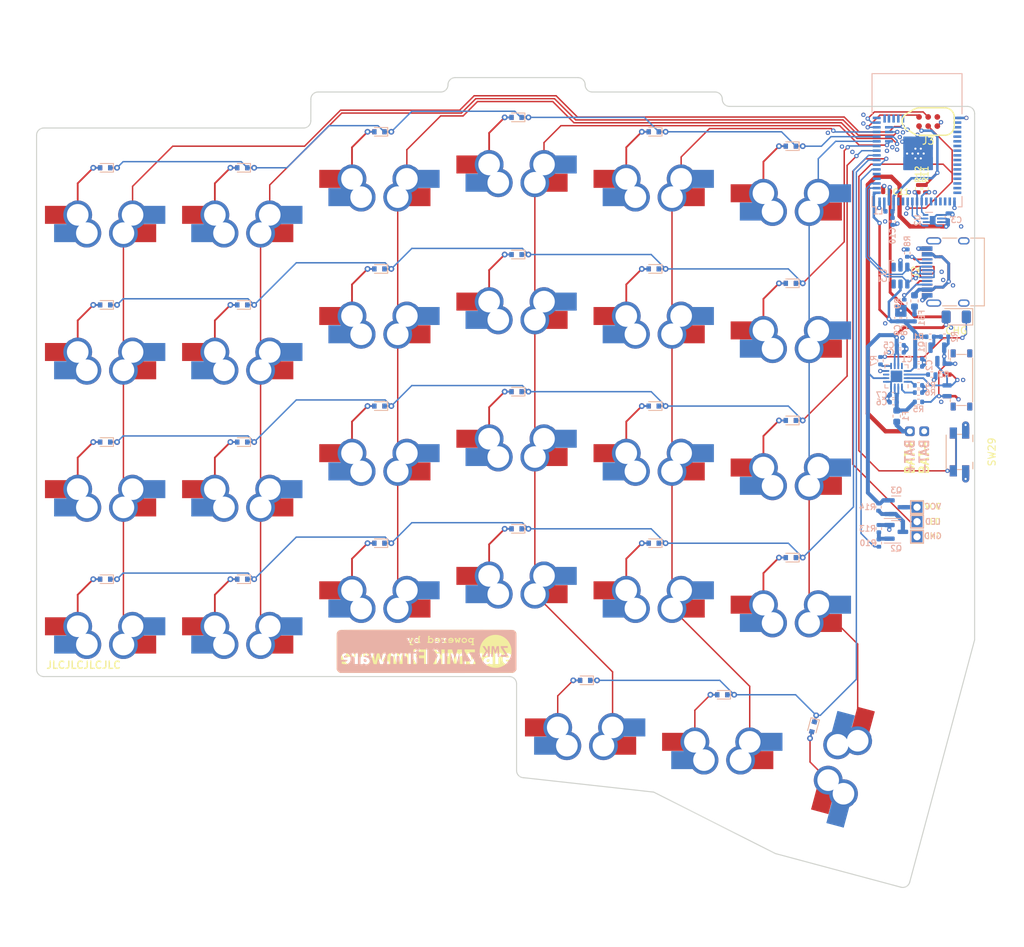
<source format=kicad_pcb>
(kicad_pcb (version 20211014) (generator pcbnew)
  (title_block (title "board") (rev "v1.0.0") (company "Unknown"))
  (layers (0 "F.Cu" signal) (1 "In1.Cu" signal) (2 "In2.Cu" signal) (31 "B.Cu" signal) (34 "B.Paste" user) (35 "F.Paste" user) (36 "B.SilkS" user "B.Silkscreen") (37 "F.SilkS" user "F.Silkscreen") (38 "B.Mask" user) (39 "F.Mask" user) (44 "Edge.Cuts" user))
  (net 0 "")
  (net 1 "+5V")
  (net 2 "GND")
  (net 3 "+BATT")
  (net 4 "VBUS")
  (net 5 "ROW1")
  (net 6 "ROW2")
  (net 7 "Net-(D3-Pad2)")
  (net 8 "ROW3")
  (net 9 "Net-(D4-Pad2)")
  (net 10 "ROW4")
  (net 11 "Net-(D5-Pad2)")
  (net 12 "Net-(D6-Pad2)")
  (net 13 "Net-(D7-Pad2)")
  (net 14 "Net-(D8-Pad2)")
  (net 15 "Net-(D9-Pad2)")
  (net 16 "Net-(D10-Pad2)")
  (net 17 "Net-(D11-Pad2)")
  (net 18 "Net-(D12-Pad2)")
  (net 19 "Net-(D13-Pad2)")
  (net 20 "Net-(D14-Pad2)")
  (net 21 "Net-(D15-Pad2)")
  (net 22 "Net-(D16-Pad2)")
  (net 23 "Net-(D17-Pad2)")
  (net 24 "ROW5")
  (net 25 "Net-(D18-Pad2)")
  (net 26 "Net-(D20-Pad2)")
  (net 27 "Net-(D21-Pad2)")
  (net 28 "Net-(D22-Pad2)")
  (net 29 "Net-(D23-Pad2)")
  (net 30 "Net-(D19-Pad2)")
  (net 31 "Net-(D25-Pad2)")
  (net 32 "Net-(D26-Pad2)")
  (net 33 "Net-(D27-Pad2)")
  (net 34 "Net-(D28-Pad2)")
  (net 35 "COL1")
  (net 36 "COL2")
  (net 37 "COL3")
  (net 38 "COL4")
  (net 39 "COL5")
  (net 40 "COL6")
  (net 42 "ALERT")
  (net 43 "SDA")
  (net 45 "SWDIO")
  (net 46 "SWDCLK")
  (net 48 "Net-(D24-Pad2)")
  (net 50 "VDDH")
  (net 51 "VBAT")
  (net 52 "/Power Management/CHG")
  (net 53 "Net-(F2-Pad2)")
  (net 54 "/USB-C/CC2")
  (net 56 "/USB-C/CC1")
  (net 58 "/Power Management/SYSOFF")
  (net 59 "/Power Management/TMR")
  (net 61 "/Power Management/ISET")
  (net 62 "/Power Management/TS")
  (net 63 "VDD")
  (net 64 "Net-(Q1-Pad1)")
  (net 65 "RESET")
  (net 67 "SCL")
  (net 71 "DCCH")
  (net 98 "LED_MOSI")
  (net 99 "Net-(R5-Pad1)")
  (net 100 "Net-(D29-Pad2)")
  (net 101 "D+")
  (net 102 "D-")
  (net 105 "Net-(D1-Pad1)")
  (net 106 "EXT_PWR")
  (net 107 "Net-(Q2-Pad1)")
  (net 108 "Net-(Q2-Pad3)")
  (net 109 "EXT_PWR_EN")
  (footprint "Conejo:MountingHole_4.3mm" (layer "F.Cu") (at 85.725 46.624999)
    (fp_text reference "H4" hide)
    (fp_text value "4.3mm")
  )
  (footprint "Conejo:D_SOD-523 (Reversible)" (layer "F.Cu") (at 76.2 12.05 180)
    (fp_text reference "D21" hide)
    (fp_text value "1N4148")
  )
  (footprint "Conejo:MXOnly-1U-Hotswap (Reversible)" (layer "F.Cu") (at 19.05 59.15 180)
    (fp_text reference "SW9")
    (fp_text value "MX Hotswap")
  )
  (footprint "Conejo:MXOnly-1U-Hotswap (Reversible)" (layer "F.Cu") (at 57.15 -5 180)
    (fp_text reference "SW14")
    (fp_text value "MX Hotswap")
  )
  (footprint "Conejo:D_SOD-523 (Reversible)" (layer "F.Cu") (at 19.05 17.050001 180)
    (fp_text reference "D8" hide)
    (fp_text value "1N4148")
  )
  (footprint "Conejo:D_SOD-523 (Reversible)" (layer "F.Cu") (at 0 17.05 180)
    (fp_text reference "D4" hide)
    (fp_text value "1N4148")
  )
  (footprint "Conejo:MXOnly-1U-Hotswap (Reversible)" (layer "F.Cu") (at 0 40.1 180)
    (fp_text reference "SW4")
    (fp_text value "MX Hotswap")
  )
  (footprint "Conejo:MXOnly-1U-Hotswap (Reversible)" (layer "F.Cu") (at 95.25 18.05 180)
    (fp_text reference "SW25")
    (fp_text value "MX Hotswap")
  )
  (footprint "Conejo:MXOnly-1U-Hotswap (Reversible)" (layer "F.Cu") (at 76.2 35.1 180)
    (fp_text reference "SW21")
    (fp_text value "MX Hotswap")
  )
  (footprint "Conejo:SW_MSK12C02-HB (Reversible)" (layer "F.Cu") (at 118.95 27.475 -90)
    (fp_text reference "SW1" hide)
    (fp_text value "POWER")
  )
  (footprint "Resistor_SMD:R_0402_1005Metric" (layer "F.Cu") (at 112.95 0.9 90)
    (fp_text reference "R12")
    (fp_text value "1K5")
  )
  (footprint "Conejo:MountingHole_4.3mm" (layer "F.Cu") (at 9.525 49.625)
    (fp_text reference "H3" hide)
    (fp_text value "4.3mm")
  )
  (footprint "Conejo:D_SOD-523 (Reversible)" (layer "F.Cu") (at 57.15 29.1 180)
    (fp_text reference "D17" hide)
    (fp_text value "1N4148")
  )
  (footprint "Conejo:D_SOD-523 (Reversible)" (layer "F.Cu") (at 95.25 52.15 180)
    (fp_text reference "D28" hide)
    (fp_text value "1N4148")
  )
  (footprint "Conejo:D_SOD-523 (Reversible)" (layer "F.Cu") (at 0 55.15 180)
    (fp_text reference "D6" hide)
    (fp_text value "1N4148")
  )
  (footprint "Conejo:D_SOD-523 (Reversible)" (layer "F.Cu") (at 0.000001 36.1 180)
    (fp_text reference "D5" hide)
    (fp_text value "1N4148")
  )
  (footprint "Conejo:MXOnly-1U-Hotswap (Reversible)" (layer "F.Cu") (at 66.675 73.2 180)
    (fp_text reference "SW18")
    (fp_text value "MX Hotswap")
  )
  (footprint "Conejo:D_SOD-523 (Reversible)" (layer "F.Cu") (at 19.05 36.100001 180)
    (fp_text reference "D9" hide)
    (fp_text value "1N4148")
  )
  (footprint "Conejo:D_SOD-523 (Reversible)" (layer "F.Cu") (at 57.15 10.05 180)
    (fp_text reference "D16" hide)
    (fp_text value "1N4148")
  )
  (footprint "Conejo:MXOnly-1U-Hotswap (Reversible)" (layer "F.Cu") (at 38.1 -3 180)
    (fp_text reference "SW10")
    (fp_text value "MX Hotswap")
  )
  (footprint "Conejo:D_SOD-523 (Reversible)" (layer "F.Cu") (at 57.15 48.15 180)
    (fp_text reference "D18" hide)
    (fp_text value "1N4148")
  )
  (footprint "Conejo:D_SOD-523 (Reversible)" (layer "F.Cu") (at 66.675 69.2 180)
    (fp_text reference "D19" hide)
    (fp_text value "1N4148")
  )
  (footprint "Conejo:D_SOD-523 (Reversible)" (layer "F.Cu") (at 76.2 -7 180)
    (fp_text reference "D20" hide)
    (fp_text value "1N4148")
  )
  (footprint "Conejo:MXOnly-1U-Hotswap (Reversible)" (layer "F.Cu") (at 19.05 2 180)
    (fp_text reference "SW6")
    (fp_text value "MX Hotswap")
  )
  (footprint "Conejo:MXOnly-1U-Hotswap (Reversible)" (layer "F.Cu") (at 38.1 16.05 180)
    (fp_text reference "SW11")
    (fp_text value "MX Hotswap")
  )
  (footprint "Conejo:Panasonic_EVQPUL_EVQPUC (Reversible)" (layer "F.Cu") (at 118.675 37.475 -90)
    (fp_text reference "SW29")
    (fp_text value "RESET")
  )
  (footprint "Conejo:D_SOD-523 (Reversible)" (layer "F.Cu") (at 57.15 -9 180)
    (fp_text reference "D15" hide)
    (fp_text value "1N4148")
  )
  (footprint "Conejo:D_SOD-523 (Reversible)" (layer "F.Cu") (at 38.099999 12.05 180)
    (fp_text reference "D12" hide)
    (fp_text value "1N4148")
  )
  (footprint "Conejo:MXOnly-1U-Hotswap (Reversible)" (layer "F.Cu") (at 95.25 -1 180)
    (fp_text reference "SW24")
    (fp_text value "MX Hotswap")
  )
  (footprint "Conejo:MXOnly-1U-Hotswap (Reversible)" (layer "F.Cu") (at 95.25 56.15 180)
    (fp_text reference "SW27")
    (fp_text value "MX Hotswap")
  )
  (footprint "Conejo:MXOnly-1U-Hotswap (Reversible)" (layer "F.Cu") (at 19.05 40.1 180)
    (fp_text reference "SW8")
    (fp_text value "MX Hotswap")
  )
  (footprint "Conejo:D_SOD-523 (Reversible)" (layer "F.Cu") (at 76.2 31.1 180)
    (fp_text reference "D22" hide)
    (fp_text value "1N4148")
  )
  (footprint "Conejo:MXOnly-1U-Hotswap (Reversible)" (layer "F.Cu") (at 0 59.15 180)
    (fp_text reference "SW5")
    (fp_text value "MX Hotswap")
  )
  (footprint "Conejo:MXOnly-1U-Hotswap (Reversible)" (layer "F.Cu") (at 76.2 -3 180)
    (fp_text reference "SW19")
    (fp_text value "MX Hotswap")
  )
  (footprint "Conejo:MXOnly-1U-Hotswap (Reversible)" (layer "F.Cu") (at 85.725 75.2 180)
    (fp_text reference "SW23")
    (fp_text value "MX Hotswap")
  )
  (footprint "Conejo:MXOnly-1U-Hotswap (Reversible)" (layer "F.Cu") (at 57.15 33.099999 180)
    (fp_text reference "SW16")
    (fp_text value "MX Hotswap")
  )
  (footprint "Conejo:MXOnly-1U-Hotswap (Reversible)" (layer "F.Cu") (at 19.05 21.049999 180)
    (fp_text reference "SW7")
    (fp_text value "MX Hotswap")
  )
  (footprint "Conejo:D_SOD-523 (Reversible)" (layer "F.Cu") (at 0 -2 180)
    (fp_text reference "D3" hide)
    (fp_text value "1N4148")
  )
  (footprint "Conejo:MXOnly-1U-Hotswap (Reversible)" (layer "F.Cu") (at 76.2 16.05 180)
    (fp_text reference "SW20")
    (fp_text value "MX Hotswap")
  )
  (footprint "Conejo:D_SOD-523 (Reversible)" (layer "F.Cu") (at 76.2 50.15 180)
    (fp_text reference "D23" hide)
    (fp_text value "1N4148")
  )
  (footprint "Conejo:MXOnly-1U-Hotswap (Reversible)" (layer "F.Cu") (at 57.150002 14.05 180)
    (fp_text reference "SW15")
    (fp_text value "MX Hotswap")
  )
  (footprint "Conejo:MXOnly-1U-Hotswap (Reversible)" (layer "F.Cu") (at 95.25 37.1 180)
    (fp_text reference "SW26")
    (fp_text value "MX Hotswap")
  )
  (footprint "Conejo:Powered_By_ZMK (Large)" (layer "F.Cu") (at 44.65 65.175)
    (fp_text reference "G1" hide)
    (fp_text value "LOGO" hide)
  )
  (footprint "Conejo:D_SOD-523 (Reversible)" (layer "F.Cu") (at 38.1 31.1 180)
    (fp_text reference "D13" hide)
    (fp_text value "1N4148")
  )
  (footprint "Capacitor_SMD:C_0402_1005Metric" (layer "F.Cu") (at 108.55 1.35 180)
    (fp_text reference "C11")
    (fp_text value "100nF")
  )
  (footprint "Conejo:MountingHole_4.3mm" (layer "F.Cu") (at 100.475 68.575 90)
    (fp_text reference "H5" hide)
    (fp_text value "4.3mm")
  )
  (footprint "Conejo:D_SOD-523 (Reversible)" (layer "F.Cu") (at 19.05 -2 180)
    (fp_text reference "D7" hide)
    (fp_text value "1N4148")
  )
  (footprint "Conejo:D_SOD-523 (Reversible)" (layer "F.Cu") (at 95.25 14.05 180)
    (fp_text reference "D26" hide)
    (fp_text value "1N4148")
  )
  (footprint "Conejo:D_SOD-523 (Reversible)" (layer "F.Cu") (at 38.1 50.15 180)
    (fp_text reference "D14" hide)
    (fp_text value "1N4148")
  )
  (footprint "Conejo:D_SOD-523 (Reversible)" (layer "F.Cu") (at 95.25 -5 180)
    (fp_text reference "D25" hide)
    (fp_text value "1N4148")
  )
  (footprint "Conejo:MXOnly-1U-Hotswap (Reversible)" (layer "F.Cu") (at 57.15 52.15 180)
    (fp_text reference "SW17")
    (fp_text value "MX Hotswap")
  )
  (footprint "Conejo:MountingHole_4.3mm" (layer "F.Cu") (at 9.525 11.525)
    (fp_text reference "H1" hide)
    (fp_text value "4.3mm")
  )
  (footprint "Resistor_SMD:R_0402_1005Metric" (layer "F.Cu") (at 113.95 0.9 90)
    (fp_text reference "R11")
    (fp_text value "1K5")
  )
  (footprint "Conejo:USB_C_Receptacle_HRO_TYPE-C-31-M-12 (Reversible)" (layer "F.Cu") (at 118.225 12.475 90)
    (fp_text reference "J2")
    (fp_text value "HRO_TYPE-C-31-M-12")
  )
  (footprint "Conejo:MXOnly-1U-Hotswap (Reversible)" (layer "F.Cu") (at 76.2 54.15 180)
    (fp_text reference "SW22")
    (fp_text value "MX Hotswap")
  )
  (footprint "Conejo:D_SOD-523 (Reversible)" (layer "F.Cu") (at 98.341944 75.656925 -105)
    (fp_text reference "D29" hide)
    (fp_text value "1N4148")
  )
  (footprint "Conejo:D_SOD-523 (Reversible)" (layer "F.Cu") (at 19.05 55.15 180)
    (fp_text reference "D10" hide)
    (fp_text value "1N4148")
  )
  (footprint "Conejo:MXOnly-1U-Hotswap (Reversible)" (layer "F.Cu") (at 0 2 180)
    (fp_text reference "SW2")
    (fp_text value "MX Hotswap")
  )
  (footprint "Conejo:MXOnly-1U-Hotswap (Reversible)" (layer "F.Cu") (at 0 21.05 180)
    (fp_text reference "SW3")
    (fp_text value "MX Hotswap")
  )
  (footprint "Conejo:LED_1206_3216Metric (Reversible)" (layer "F.Cu") (at 118.225 18.705 180)
    (fp_text reference "D1" hide)
    (fp_text value "CHG")
  )
  (footprint "Conejo:D_SOD-523 (Reversible)" (layer "F.Cu") (at 95.25 33.1 180)
    (fp_text reference "D27" hide)
    (fp_text value "1N4148")
  )
  (footprint "Conejo:MXOnly-1U-Hotswap (Reversible)" (layer "F.Cu") (at 38.1 35.1 180)
    (fp_text reference "SW12")
    (fp_text value "MX Hotswap")
  )
  (footprint "Conejo:MountingHole_4.3mm" (layer "F.Cu") (at 85.725 8.525)
    (fp_text reference "H2" hide)
    (fp_text value "4.3mm")
  )
  (footprint "Conejo:D_SOD-523 (Reversible)" (layer "F.Cu") (at 38.1 -7 180)
    (fp_text reference "D11" hide)
    (fp_text value "1N4148")
  )
  (footprint "Conejo:MXOnly-1U-Hotswap (Reversible)" (layer "F.Cu") (at 38.1 54.15 180)
    (fp_text reference "SW13")
    (fp_text value "MX Hotswap")
  )
  (footprint "marbastlib-various:CON_TC2030_outlined" (layer "F.Cu") (at 114.325 -8.425)
    (fp_text reference "J3")
    (fp_text value "JTAG_TC2030")
  )
  (footprint "Conejo:D_SOD-523 (Reversible)" (layer "F.Cu") (at 85.725 71.2 180)
    (fp_text reference "D24" hide)
    (fp_text value "1N4148")
  )
  (footprint "Inductor_SMD:L_0402_1005Metric" (layer "B.Cu") (at 108.875 4.05)
    (fp_text reference "L1")
    (fp_text value "NC")
  )
  (footprint "Inductor_SMD:L_0402_1005Metric" (layer "B.Cu") (at 112.425 18.855 -90)
    (fp_text reference "FB1")
    (fp_text value "120@100MHz")
  )
  (footprint "Capacitor_SMD:C_0402_1005Metric" (layer "B.Cu") (at 110.45 23.65)
    (fp_text reference "C4")
    (fp_text value "4.7uF")
  )
  (footprint "Resistor_SMD:R_0402_1005Metric" (layer "B.Cu") (at 107.475 48.125001 -90)
    (fp_text reference "R13")
    (fp_text value "10K")
  )
  (footprint "Fuse:Fuse_0603_1608Metric" (layer "B.Cu") (at 112.425 16.5 -90)
    (fp_text reference "F2" hide)
    (fp_text value "500mA")
  )
  (footprint "marbastlib-various:SOT-23-6-routable" (layer "B.Cu") (at 110.475 12.975 -90)
    (fp_text reference "U3")
    (fp_text value "SRV05-4")
  )
  (footprint "Conejo:LED Header" (layer "B.Cu") (at 112.775 47.15 180)
    (fp_text reference "J4" hide)
    (fp_text value "RGB")
  )
  (footprint "Resistor_SMD:R_0402_1005Metric" (layer "B.Cu") (at 112.975 29.225 180)
    (fp_text reference "R6")
    (fp_text value "10K")
  )
  (footprint "Resistor_SMD:R_0402_1005Metric" (layer "B.Cu") (at 114.825 26.725 180)
    (fp_text reference "R3")
    (fp_text value "RTMR")
  )
  (footprint "Resistor_SMD:R_0402_1005Metric" (layer "B.Cu") (at 112.975 30.525 180)
    (fp_text reference "R5")
    (fp_text value "100K")
  )
  (footprint "Capacitor_SMD:C_0402_1005Metric" (layer "B.Cu") (at 109.475 30.565 180)
    (fp_text reference "C6")
    (fp_text value "4.7uF")
  )
  (footprint "Resistor_SMD:R_0402_1005Metric" (layer "B.Cu") (at 114.6 21.475001)
    (fp_text reference "R1")
    (fp_text value "100")
  )
  (footprint "Fuse:Fuse_0603_1608Metric" (layer "B.Cu") (at 109.950001 32.5 -90)
    (fp_text reference "F1")
    (fp_text value "500mA")
  )
  (footprint "Capacitor_SMD:C_0402_1005Metric" (layer "B.Cu") (at 110.45 22.65)
    (fp_text reference "C5")
    (fp_text value "1uF")
  )
  (footprint "Resistor_SMD:R_0402_1005Metric" (layer "B.Cu") (at 107.7 24.8 90)
    (fp_text reference "R7")
    (fp_text value "1K5")
  )
  (footprint "Resistor_SMD:R_0402_1005Metric" (layer "B.Cu") (at 107.475 50.125 90)
    (fp_text reference "R10")
    (fp_text value "100R")
  )
  (footprint "Package_TO_SOT_SMD:SOT-23" (layer "B.Cu") (at 115.6 23.925 -90)
    (fp_text reference "Q1")
    (fp_text value "2N7002")
  )
  (footprint "Conejo:MS88SF3" (layer "B.Cu") (at 112.775 -5.825 180)
    (fp_text reference "U4" hide)
    (fp_text value "MS88SF3")
  )
  (footprint "Resistor_SMD:R_0402_1005Metric" (layer "B.Cu") (at 112.975 28.225 180)
    (fp_text reference "R4")
    (fp_text value "RSET")
  )
  (footprint "Package_DFN_QFN:VQFN-16-1EP_3x3mm_P0.5mm_EP1.6x1.6mm" (layer "B.Cu") (at 109.925 26.975 90)
    (fp_text reference "U1" hide)
    (fp_text value "BQ24075RGT")
  )
  (footprint "Conejo:Powered_By_ZMK (Large)" (layer "B.Cu") (at 44.65 65.175 180)
    (fp_text reference "G2" hide)
    (fp_text value "LOGO" hide)
  )
  (footprint "Conejo:MXOnly-1.5U-Hotswap (Reversible)" (layer "B.Cu") (at 106 81.925 -105)
    (fp_text reference "SW28")
    (fp_text value "MX Hotswap")
  )
  (footprint "Conejo:Battery Header" (layer "B.Cu") (at 112.775 34.6 -90)
    (fp_text reference "J1" hide)
    (fp_text value "BATT")
  )
  (footprint "Capacitor_SMD:C_0402_1005Metric" (layer "B.Cu") (at 109.475 29.565 180)
    (fp_text reference "C7")
    (fp_text value "1uF")
  )
  (footprint "Capacitor_SMD:C_0402_1005Metric" (layer "B.Cu") (at 111 18.85 -90)
    (fp_text reference "C8")
    (fp_text value "4.7uF")
  )
  (footprint "Capacitor_SMD:C_0402_1005Metric" (layer "B.Cu") (at 113 25.6 180)
    (fp_text reference "C2")
    (fp_text value "1uF")
  )
  (footprint "Package_TO_SOT_SMD:SOT-23" (layer "B.Cu") (at 109.875 45.15)
    (fp_text reference "Q3")
    (fp_text value "AO3407")
  )
  (footprint "Capacitor_SMD:C_0402_1005Metric" (layer "B.Cu") (at 110.05 18.85 -90)
    (fp_text reference "C9")
    (fp_text value "1uF")
  )
  (footprint "Capacitor_SMD:C_0402_1005Metric" (layer "B.Cu") (at 113 24.55)
    (fp_text reference "C1")
    (fp_text value "4.7uF")
  )
  (footprint "Resistor_SMD:R_0402_1005Metric" (layer "B.Cu") (at 111.425 9.85 -90)
    (fp_text reference "R8")
    (fp_text value "5K1")
  )
  (footprint "Resistor_SMD:R_0402_1005Metric" (layer "B.Cu") (at 107.425 45.125 90)
    (fp_text reference "R14")
    (fp_text value "10K")
  )
  (footprint "Resistor_SMD:R_0402_1005Metric" (layer "B.Cu") (at 116.6 21.474999 180)
    (fp_text reference "R2")
    (fp_text value "10K")
  )
  (footprint "Capacitor_SMD:C_0402_1005Metric" (layer "B.Cu") (at 109.375 5.45 -90)
    (fp_text reference "C10")
    (fp_text value "4.7uF")
  )
  (footprint "Resistor_SMD:R_0402_1005Metric" (layer "B.Cu") (at 111 16.825 -90)
    (fp_text reference "R9")
    (fp_text value "5K1")
  )
  (footprint "Package_TO_SOT_SMD:SOT-23" (layer "B.Cu") (at 109.875 48.575)
    (fp_text reference "Q2")
    (fp_text value "2N7002")
  )
  (footprint "Capacitor_SMD:C_0402_1005Metric" (layer "B.Cu") (at 117.05 4.82 90)
    (fp_text reference "C3")
    (fp_text value "100nF")
  )
  (footprint "Package_DFN_QFN:TDFN-8-1EP_2x2mm_P0.5mm_EP0.8x1.2mm" (layer "B.Cu") (at 114.95 5.3 180)
    (fp_text reference "U2")
    (fp_text value "MAX17048")
  )
  (gr_line (start 93.101679 93.260414) (end 76.199999 84.725) (layer "Edge.Cuts") (width 0.15))
  (gr_arc (start 56.150001 68.675) (mid 56.857108 68.967893) (end 57.150001 69.675) (layer "Edge.Cuts") (width 0.15))
  (gr_line (start 67.675 -12.525) (end 84.725 -12.525) (layer "Edge.Cuts") (width 0.15))
  (gr_line (start 56.150001 68.675) (end -8.525 68.674999) (layer "Edge.Cuts") (width 0.15))
  (gr_line (start 27.567894 -7.525) (end -8.525 -7.525) (layer "Edge.Cuts") (width 0.15))
  (gr_arc (start 65.675 -14.525) (mid 66.382107 -14.232107) (end 66.675 -13.525) (layer "Edge.Cuts") (width 0.15))
  (gr_arc (start 86.725 -10.525) (mid 86.017893 -10.817893) (end 85.725 -11.525) (layer "Edge.Cuts") (width 0.15))
  (gr_arc (start 58.15 82.725) (mid 57.442893 82.432107) (end 57.15 81.725) (layer "Edge.Cuts") (width 0.15))
  (gr_arc (start 28.575 -11.525) (mid 28.867893 -12.232107) (end 29.575 -12.525) (layer "Edge.Cuts") (width 0.15))
  (gr_line (start -9.525 67.675) (end -9.525 -6.525) (layer "Edge.Cuts") (width 0.15))
  (gr_line (start 46.625 -12.525) (end 29.575 -12.525) (layer "Edge.Cuts") (width 0.15))
  (gr_arc (start 47.625 -13.525) (mid 47.917893 -14.232107) (end 48.625 -14.525) (layer "Edge.Cuts") (width 0.15))
  (gr_arc (start -8.525 68.674999) (mid -9.232106 68.382106) (end -9.525 67.675) (layer "Edge.Cuts") (width 0.15))
  (gr_arc (start 28.567893 -8.525) (mid 28.275 -7.817896) (end 27.567894 -7.525) (layer "Edge.Cuts") (width 0.15))
  (gr_arc (start 119.775 -10.525) (mid 120.482107 -10.232107) (end 120.775 -9.525) (layer "Edge.Cuts") (width 0.15))
  (gr_line (start 57.15 81.725) (end 57.150001 69.675) (layer "Edge.Cuts") (width 0.15))
  (gr_line (start 93.101679 93.260414) (end 110.53664 97.932098) (layer "Edge.Cuts") (width 0.15))
  (gr_arc (start 47.625 -13.525) (mid 47.332107 -12.817893) (end 46.625 -12.525) (layer "Edge.Cuts") (width 0.15))
  (gr_line (start 86.725 -10.525) (end 119.775 -10.525) (layer "Edge.Cuts") (width 0.15))
  (gr_arc (start 111.761384 97.224991) (mid 111.295459 97.832197) (end 110.53664 97.932098) (layer "Edge.Cuts") (width 0.15))
  (gr_line (start 65.675 -14.525) (end 48.625 -14.525) (layer "Edge.Cuts") (width 0.15))
  (gr_line (start 28.575 -11.525) (end 28.567893 -8.525) (layer "Edge.Cuts") (width 0.15))
  (gr_line (start 76.199999 84.725) (end 58.15 82.725) (layer "Edge.Cuts") (width 0.15))
  (gr_arc (start 84.725 -12.525) (mid 85.432107 -12.232107) (end 85.725 -11.525) (layer "Edge.Cuts") (width 0.15))
  (gr_line (start 120.775 -9.525) (end 120.775 63.575) (layer "Edge.Cuts") (width 0.15))
  (gr_arc (start 67.675 -12.525) (mid 66.967893 -12.817893) (end 66.675 -13.525) (layer "Edge.Cuts") (width 0.15))
  (gr_line (start 120.775 63.575) (end 111.761384 97.224991) (layer "Edge.Cuts") (width 0.15))
  (gr_arc (start -9.525 -6.525) (mid -9.232107 -7.232107) (end -8.525 -7.525) (layer "Edge.Cuts") (width 0.15))
  (gr_text "JLCJLCJLCJLC" (at -8.275 67.075) (layer "F.SilkS") (effects (font (size 1 1) (thickness 0.2)) (justify left)))
  (segment (start 107.575 5.675) (end 107.575 17.705) (width 0.35) (layer "F.Cu") (net 1))
  (segment (start 107.575 17.705) (end 108.875 19.005) (width 0.35) (layer "F.Cu") (net 1))
  (via (at 107.575 5.675) (size 0.6) (drill 0.3) (layers "F.Cu" "B.Cu") (net 1))
  (via (at 108.875 19.005) (size 0.6) (drill 0.3) (layers "F.Cu" "B.Cu") (net 1))
  (segment (start 112.415 19.33) (end 112.425 19.34) (width 0.56) (layer "B.Cu") (net 1))
  (segment (start 106.775 1.725) (end 106.775 4.875) (width 0.35) (layer "B.Cu") (net 1))
  (segment (start 112.52 20.895) (end 113.1 21.475) (width 0.56) (layer "B.Cu") (net 1))
  (segment (start 108.875 16.605) (end 110.475 15.005) (width 0.35) (layer "B.Cu") (net 1))
  (segment (start 111.3625 26.225) (end 111.895 26.225) (width 0.25) (layer "B.Cu") (net 1))
  (segment (start 108.875 19.005) (end 108.875 16.605) (width 0.35) (layer "B.Cu") (net 1))
  (segment (start 111.895 26.225) (end 112.520001 25.6) (width 0.25) (layer "B.Cu") (net 1))
  (segment (start 110.475 15.005) (end 110.475 14.15) (width 0.35) (layer "B.Cu") (net 1))
  (segment (start 112.52 20.85) (end 112.52 20.895) (width 0.56) (layer "B.Cu") (net 1))
  (segment (start 107.025 1.475) (end 106.775 1.725) (width 0.35) (layer "B.Cu") (net 1))
  (segment (start 113.1 21.475) (end 114.090001 21.475) (width 0.56) (layer "B.Cu") (net 1))
  (segment (start 110.05 19.33) (end 109.2 19.329999) (width 0.52) (layer "B.Cu") (net 1))
  (segment (start 106.775 4.875) (end 107.575 5.675) (width 0.35) (layer "B.Cu") (net 1))
  (segment (start 112.52 24.55) (end 112.520001 25.6) (width 0.56) (layer "B.Cu") (net 1))
  (segment (start 111 19.33) (end 112.52 20.85) (width 0.56) (layer "B.Cu") (net 1))
  (segment (start 112.52 20.85) (end 112.52 24.55) (width 0.56) (layer "B.Cu") (net 1))
  (segment (start 109.2 19.329999) (end 108.875 19.005) (width 0.52) (layer "B.Cu") (net 1))
  (segment (start 111 19.33) (end 110.05 19.33) (width 0.56) (layer "B.Cu") (net 1))
  (segment (start 111 19.33) (end 112.415 19.33) (width 0.56) (layer "B.Cu") (net 1))
  (segment (start 113.53 16.375) (end 114.18 15.725) (width 0.6) (layer "F.Cu") (net 2))
  (segment (start 108.218245 0.532481) (end 108.07 0.680726) (width 0.56) (layer "F.Cu") (net 2))
  (segment (start 119.525 33.725) (end 119.525 34.85) (width 1) (layer "F.Cu") (net 2))
  (segment (start 113.525 16.375) (end 113.53 16.375) (width 0.6) (layer "F.Cu") (net 2))
  (segment (start 116.107577 -8.328511) (end 116.107577 -8.302577) (width 0.2) (layer "F.Cu") (net 2))
  (segment (start 117.295 29.725) (end 118.099463 29.725) (width 0.35) (layer "F.Cu") (net 2))
  (segment (start 108.07 0.680726) (end 108.07 1.35) (width 0.56) (layer "F.Cu") (net 2))
  (segment (start 116.107577 -8.302577) (end 115.595001 -7.79) (width 0.2) (layer "F.Cu") (net 2))
  (segment (start 114.18 9.225) (end 112.975 9.225) (width 0.6) (layer "F.Cu") (net 2))
  (segment (start 118.099463 29.725) (end 118.536805 30.162342) (width 0.35) (layer "F.Cu") (net 2))
  (segment (start 119.525 40.1) (end 119.525 41.225) (width 1) (layer "F.Cu") (net 2))
  (via (at 119.525 33.725) (size 0.6) (drill 0.3) (layers "F.Cu" "B.Cu") (net 2))
  (via (at 116.195024 12.452621) (size 0.6) (drill 0.3) (layers "F.Cu" "B.Cu") (net 2))
  (via (at 117.975 3.575) (size 0.6) (drill 0.3) (layers "F.Cu" "B.Cu") (net 2))
  (via (at 103.8 -4.2) (size 0.6) (drill 0.3) (layers "F.Cu" "B.Cu") (net 2))
  (via (at 110.05 5.75) (size 0.6) (drill 0.3) (layers "F.Cu" "B.Cu") (net 2))
  (via (at 105.323313 -8.151476) (size 0.6) (drill 0.3) (layers "F.Cu" "B.Cu") (net 2))
  (via (at 108.865334 23.6505) (size 0.6) (drill 0.3) (layers "F.Cu" "B.Cu") (net 2))
  (via (at 110.95 9.349999) (size 0.6) (drill 0.3) (layers "F.Cu" "B.Cu") (net 2))
  (via (at 110.475 10.855) (size 0.6) (drill 0.3) (layers "F.Cu" "B.Cu") (net 2))
  (via (at 116.107577 -8.328511) (size 0.6) (drill 0.3) (layers "F.Cu" "B.Cu") (net 2))
  (via (at 111.65 1.399045) (size 0.6) (drill 0.3) (layers "F.Cu" "B.Cu") (net 2))
  (via (at 117.772555 14.336161) (size 0.6) (drill 0.3) (layers "F.Cu" "B.Cu") (net 2))
  (via (at 119.525 41.225) (size 0.6) (drill 0.3) (layers "F.Cu" "B.Cu") (net 2))
  (via (at 119.625 -8.925) (size 0.6) (drill 0.3) (layers "F.Cu" "B.Cu") (net 2))
  (via (at 117.699999 4.5) (size 0.6) (drill 0.3) (layers "F.Cu" "B.Cu") (net 2))
  (via (at 100.397491 -6.8505) (size 0.6) (drill 0.3) (layers "F.Cu" "B.Cu") (net 2))
  (via (at 112.55 -4.65) (size 0.6) (drill 0.3) (layers "F.Cu" "B.Cu") (net 2))
  (via (at 111.468833 -7.296096) (size 0.6) (drill 0.3) (layers "F.Cu" "B.Cu") (net 2))
  (via (at 113.3 -4.65) (size 0.6) (drill 0.3) (layers "F.Cu" "B.Cu") (net 2))
  (via (at 116.55 24.2) (size 0.6) (drill 0.3) (layers "F.Cu" "B.Cu") (net 2))
  (via (at 108.218245 0.532481) (size 0.6) (drill 0.3) (layers "F.Cu" "B.Cu") (net 2))
  (via (at 115.249503 1.4) (size 0.6) (drill 0.3) (layers "F.Cu" "B.Cu") (net 2))
  (via (at 113.75 25.05) (size 0.6) (drill 0.3) (layers "F.Cu" "B.Cu") (net 2))
  (via (at 113.525 16.375) (size 0.6) (drill 0.3) (layers "F.Cu" "B.Cu") (net 2))
  (via (at 110.733648 -5.628834) (size 0.6) (drill 0.3) (layers "F.Cu" "B.Cu") (net 2))
  (via (at 112.15 -3.975) (size 0.6) (drill 0.3) (layers "F.Cu" "B.Cu") (net 2))
  (via (at 112.55 -3.3) (size 0.6) (drill 0.3) (layers "F.Cu" "B.Cu") (net 2))
  (via (at 118.536805 30.162342) (size 0.6) (drill 0.3) (layers "F.Cu" "B.Cu") (net 2))
  (via (at 119.174503 27.475) (size 0.6) (drill 0.3) (layers "F.Cu" "B.Cu") (net 2))
  (via (at 105.329178 -9.358104) (size 0.6) (drill 0.3) (layers "F.Cu" "B.Cu") (net 2))
  (via (at 110.000006 -4.514244) (size 0.6) (drill 0.3) (layers "F.Cu" "B.Cu") (net 2))
  (via (at 115.125 27.475) (size 0.6) (drill 0.3) (layers "F.Cu" "B.Cu") (net 2))
  (via (at 116.134178 30.516703) (size 0.6) (drill 0.3) (layers "F.Cu" "B.Cu") (net 2))
  (via (at 107.67638 26.231787) (size 0.6) (drill 0.3) (layers "F.Cu" "B.Cu") (net 2))
  (via (at 110.38612 -6.261702) (size 0.6) (drill 0.3) (layers "F.Cu" "B.Cu") (net 2))
  (via (at 108.925 48.275) (size 0.6) (drill 0.3) (layers "F.Cu" "B.Cu") (net 2))
  (via (at 111.4 -3.975) (size 0.6) (drill 0.3) (layers "F.Cu" "B.Cu") (net 2))
  (via (at 110.749503 21.6) (size 0.6) (drill 0.3) (layers "F.Cu" "B.Cu") (net 2))
  (via (at 116.405377 13.585378) (size 0.6) (drill 0.3) (layers "F.Cu" "B.Cu") (net 2))
  (via (at 110.822361 -6.916373) (size 0.6) (drill 0.3) (layers "F.Cu" "B.Cu") (net 2))
  (via (at 109.343438 -4.855886) (size 0.6) (drill 0.3) (layers "F.Cu" "B.Cu") (net 2))
  (via (at 102.355795 -4.941892) (size 0.6) (drill 0.3) (layers "F.Cu" "B.Cu") (net 2))
  (via (at 110.525 17.85) (size 0.6) (drill 0.3) (layers "F.Cu" "B.Cu") (net 2))
  (via (at 112.925 -3.975) (size 0.6) (drill 0.3) (layers "F.Cu" "B.Cu") (net 2))
  (via (at 108.343741 5.455361) (size 0.6) (drill 0.3) (layers "F.Cu" "B.Cu") (net 2))
  (via (at 108.356827 19.613853) (size 0.6) (drill 0.3) (layers "F.Cu" "B.Cu") (net 2))
  (via (at 111.256092 4.375631) (size 0.6) (drill 0.3) (layers "F.Cu" "B.Cu") (net 2))
  (via (at 113.3 -3.3) (size 0.6) (drill 0.3) (layers "F.Cu" "B.Cu") (net 2))
  (via (at 111.3 23.15) (size 0.6) (drill 0.3) (layers "F.Cu" "B.Cu") (net 2))
  (via (at 112.834667 -6.584667) (size 0.6) (drill 0.3) (layers "F.Cu" "B.Cu") (net 2))
  (via (at 117.495337 20.194603) (size 0.6) (drill 0.3) (layers "F.Cu" "B.Cu") (net 2))
  (via (at 108.625 30.065) (size 0.6) (drill 0.3) (layers "F.Cu" "B.Cu") (net 2))
  (via (at 107.525 3.575) (size 0.6) (drill 0.3) (layers "F.Cu" "B.Cu") (net 2))
  (via (at 108.6 -4.350497) (size 0.6) (drill 0.3) (layers "F.Cu" "B.Cu") (net 2))
  (via (at 118.0745 25.225) (size 0.6) (drill 0.3) (layers "F.Cu" "B.Cu") (net 2))
  (via (at 113.7 -3.975) (size 0.6) (drill 0.3) (layers "F.Cu" "B.Cu") (net 2))
  (via (at 118.8995 6.15) (size 0.6) (drill 0.3) (layers "F.Cu" "B.Cu") (net 2))
  (via (at 112.975 9.225) (size 0.6) (drill 0.3) (layers "F.Cu" "B.Cu") (net 2))
  (via (at 113.875 28.725001) (size 0.6) (drill 0.3) (layers "F.Cu" "B.Cu") (net 2))
  (segment (start 117.64 4.34) (end 117.05 4.34) (width 0.56) (layer "B.Cu") (net 2))
  (segment (start 116.55 24.2) (end 116.55 24.85) (width 0.4) (layer "B.Cu") (net 2))
  (segment (start 116.55 24.85) (end 116.925 25.225) (width 0.4) (layer "B.Cu") (net 2))
  (segment (start 111.3 23.15) (end 111.3 23.02) (width 0.54) (layer "B.Cu") (net 2))
  (segment (start 119.525 41.225) (end 119.525 40.1) (width 1) (layer "B.Cu") (net 2))
  (segment (start 117.7 4.4) (end 117.64 4.34) (width 0.56) (layer "B.Cu") (net 2))
  (segment (start 108.9375 48.2625) (end 108.925 48.275) (width 0.54) (layer "B.Cu") (net 2))
  (segment (start 107.67638 26.231787) (end 107.683168 26.225) (width 0.25) (layer "B.Cu") (net 2))
  (segment (start 107.683168 26.225) (end 108.4875 26.225) (width 0.25) (layer "B.Cu") (net 2))
  (segment (start 113.75 25.05) (end 113.749999 24.82) (width 0.56) (layer "B.Cu") (net 2))
  (segment (start 110.96 9.34) (end 111.425 9.34) (width 0.5) (layer "B.Cu") (net 2))
  (segment (start 111.3 23.02) (end 110.93 22.65) (width 0.54) (layer "B.Cu") (net 2))
  (segment (start 110.05 5.75) (end 109.869999 5.93) (width 0.35) (layer "B.Cu") (net 2))
  (segment (start 119.525 34.85) (end 119.525 33.725) (width 1) (layer "B.Cu") (net 2))
  (segment (start 113.875 28.615) (end 113.485 28.225) (width 0.54) (layer "B.Cu") (net 2))
  (segment (start 108.9375 47.625) (end 107.485 47.624999) (width 0.54) (layer "B.Cu") (net 2))
  (segment (start 115.125 27.475) (end 115.335 27.265) (width 0.54) (layer "B.Cu") (net 2))
  (segment (start 117.699999 4.5) (end 117.7 4.4) (width 0.56) (layer "B.Cu") (net 2))
  (segment (start 108.9375 47.625) (end 108.9375 48.2625) (width 0.54) (layer "B.Cu") (net 2))
  (segment (start 108.625 30.195) (end 108.995 30.565) (width 0.56) (layer "B.Cu") (net 2))
  (segment (start 116.55 22.9875) (end 117.11 22.4275) (width 0.4) (layer "B.Cu") (net 2))
  (segment (start 110.95 9.349999) (end 110.96 9.34) (width 0.5) (layer "B.Cu") (net 2))
  (segment (start 107.485 47.624999) (end 107.475 47.615) (width 0.54) (layer "B.Cu") (net 2))
  (segment (start 116.55 24.2) (end 116.55 22.9875) (width 0.4) (layer "B.Cu") (net 2))
  (segment (start 108.625 30.065) (end 108.625 29.935) (width 0.56) (layer "B.Cu") (net 2))
  (segment (start 113.75 25.33) (end 113.48 25.6) (width 0.56) (layer "B.Cu") (net 2))
  (segment (start 117.975 2.675) (end 117.975 3.575) (width 0.35) (layer "B.Cu") (net 2))
  (segment (start 113.749999 24.82) (end 113.48 24.55) (width 0.56) (layer "B.Cu") (net 2))
  (segment (start 109.175 28.4125) (end 109.175 29.115) (width 0.25) (layer "B.Cu") (net 2))
  (segment (start 115.9375 6.05) (end 115.502672 6.05) (width 0.25) (layer "B.Cu") (net 2))
  (segment (start 108.625 29.935) (end 108.995001 29.565) (width 0.56) (layer "B.Cu") (net 2))
  (segment (start 108.4875 27.725) (end 109.175 27.725) (width 0.25) (layer "B.Cu") (net 2))
  (segment (start 107.575 3.525) (end 107.575 2.675) (width 0.35) (layer "B.Cu") (net 2))
  (segment (start 115.9375 4.55) (end 116.84 4.55) (width 0.25) (layer "B.Cu") (net 2))
  (segment (start 109.175 28.4125) (end 109.175 27.725) (width 0.25) (layer "B.Cu") (net 2))
  (segment (start 116.84 4.55) (end 117.05 4.34) (width 0.25) (layer "B.Cu") (net 2))
  (segment (start 111.3 23.15) (end 111.3 23.280001) (width 0.54) (layer "B.Cu") (net 2))
  (segment (start 109.175 27.725) (end 109.925 26.975) (width 0.25) (layer "B.Cu") (net 2))
  (segment (start 111.3 23.280001) (end 110.93 23.65) (width 0.54) (layer "B.Cu") (net 2))
  (segment (start 114.95 5.102671) (end 115.502673 4.55) (width 0.25) (layer "B.Cu") (net 2))
  (segment (start 107.525 3.575) (end 107.575 3.525) (width 0.35) (layer "B.Cu") (net 2))
  (segment (start 113.9625 5.55) (end 114.7 5.55) (width 0.25) (layer "B.Cu") (net 2))
  (segment (start 115.502672 6.05) (end 114.95 5.497328) (width 0.25) (layer "B.Cu") (net 2))
  (segment (start 115.335 27.265) (end 115.335 26.725) (width 0.54) (layer "B.Cu") (net 2))
  (segment (start 113.75 25.05) (end 113.75 25.33) (width 0.56) (layer "B.Cu") (net 2))
  (segment (start 113.525 16.375) (end 113.53 16.375) (width 0.6) (layer "B.Cu") (net 2))
  (segment (start 108.995 29.295) (end 108.995001 29.565) (width 0.25) (layer "B.Cu") (net 2))
  (segment (start 118.0745 25.225) (end 117.295 25.225) (width 0.4) (layer "B.Cu") (net 2))
  (segment (start 108.625 30.065) (end 108.625 30.195) (width 0.56) (layer "B.Cu") (net 2))
  (segment (start 113.875 28.725001) (end 113.875 28.615) (width 0.54) (layer "B.Cu") (net 2))
  (segment (start 112.975 9.225) (end 114.18 9.225) (width 0.6) (layer "B.Cu") (net 2))
  (segment (start 113.53 16.375) (end 114.18 15.725) (width 0.6) (layer "B.Cu") (net 2))
  (segment (start 117.11 22.4275) (end 117.11 21.475) (width 0.4) (layer "B.Cu") (net 2))
  (segment (start 113.875 28.835) (end 113.485 29.225) (width 0.54) (layer "B.Cu") (net 2))
  (segment (start 109.869999 5.93) (end 109.375 5.93) (width 0.35) (layer "B.Cu") (net 2))
  (segment (start 110.475 10.855) (end 110.475 11.8) (width 0.6) (layer "B.Cu") (net 2))
  (segment (start 118.375 -8.924999) (end 119.625 -8.925) (width 0.35) (layer "B.Cu") (net 2))
  (segment (start 115.502673 4.55) (end 115.9375 4.55) (width 0.25) (layer "B.Cu") (net 2))
  (segment (start 113.875 28.725001) (end 113.875 28.835) (width 0.54) (layer "B.Cu") (net 2))
  (segment (start 109.175 29.115) (end 108.995 29.295) (width 0.25) (layer "B.Cu") (net 2))
  (segment (start 108.4 34.6) (end 111.775 34.6) (width 0.6) (layer "F.Cu") (net 3))
  (segment (start 116.811952 6.15) (end 111.810013 6.15) (width 0.6) (layer "F.Cu") (net 3))
  (segment (start 111.810013 6.15) (end 110.35 4.689987) (width 0.6) (layer "F.Cu") (net 3))
  (segment (start 105.950001 32.15) (end 108.4 34.6) (width 0.6) (layer "F.Cu") (net 3))
  (segment (start 110.35 4.689987) (end 110.35 0.4) (width 0.6) (layer "F.Cu") (net 3))
  (segment (start 109.2 -0.75) (end 107.05 -0.75) (width 0.6) (layer "F.Cu") (net 3))
  (segment (start 110.35 0.4) (end 109.2 -0.75) (width 0.6) (layer "F.Cu") (net 3))
  (segment (start 116.822447 6.160495) (end 116.811952 6.15) (width 0.6) (layer "F.Cu") (net 3))
  (segment (start 107.05 -0.75) (end 105.95 0.35) (width 0.6) (layer "F.Cu") (net 3))
  (segment (start 105.95 0.35) (end 105.950001 32.15) (width 0.6) (layer "F.Cu") (net 3))
  (via (at 116.822447 6.160495) (size 0.6) (drill 0.3) (layers "F.Cu" "B.Cu") (net 3))
  (segment (start 115.9375 5.55) (end 116.8 5.55) (width 0.25) (layer "B.Cu") (net 3))
  (segment (start 116.8 5.05) (end 117.05 5.3) (width 0.25) (layer "B.Cu") (net 3))
  (segment (start 115.9375 5.05) (end 116.8 5.05) (width 0.25) (layer "B.Cu") (net 3))
  (segment (start 111.775 34.6) (end 110.800001 34.6) (width 0.6) (layer "B.Cu") (net 3))
  (segment (start 117.05 5.932942) (end 117.05 5.3) (width 0.6) (layer "B.Cu") (net 3))
  (segment (start 116.822447 6.160495) (end 117.05 5.932942) (width 0.6) (layer "B.Cu") (net 3))
  (segment (start 109.95 33.75) (end 109.95 33.2875) (width 0.6) (layer "B.Cu") (net 3))
  (segment (start 110.800001 34.6) (end 109.95 33.75) (width 0.6) (layer "B.Cu") (net 3))
  (segment (start 116.8 5.55) (end 117.05 5.3) (width 0.25) (layer "B.Cu") (net 3))
  (segment (start 115.304182 10.359521) (end 115.945818 10.359521) (width 0.4) (layer "F.Cu") (net 4))
  (segment (start 114.969661 14.925) (end 114.18 14.925) (width 0.4) (layer "F.Cu") (net 4))
  (segment (start 117.175 13.805) (end 116.389521 14.590479) (width 0.4) (layer "F.Cu") (net 4))
  (segment (start 117.175 11.305) (end 117.175 13.805) (width 0.4) (layer "F.Cu") (net 4))
  (segment (start 115.950339 10.355) (end 116.225 10.355) (width 0.4) (layer "F.Cu") (net 4))
  (segment (start 115.304182 14.590479) (end 114.969661 14.925) (width 0.4) (layer "F.Cu") (net 4))
  (segment (start 115.945818 10.359521) (end 115.950339 10.355) (width 0.4) (layer "F.Cu") (net 4))
  (segment (start 114.969661 10.025001) (end 115.304182 10.359521) (width 0.4) (layer "F.Cu") (net 4))
  (segment (start 116.225 10.355) (end 117.175 11.305) (width 0.4) (layer "F.Cu") (net 4))
  (segment (start 114.18 10.025) (end 114.969661 10.025001) (width 0.4) (layer "F.Cu") (net 4))
  (segment (start 116.389521 14.590479) (end 115.304182 14.590479) (width 0.4) (layer "F.Cu") (net 4))
  (via (at 117.175 13.805) (size 0.6) (drill 0.3) (layers "F.Cu" "B.Cu") (net 4))
  (segment (start 114.18 10.025) (end 114.969661 10.025001) (width 0.4) (layer "B.Cu") (net 4))
  (segment (start 112.425 15.555) (end 113.055 14.925) (width 0.5) (layer "B.Cu") (net 4))
  (segment (start 115.304182 10.359521) (end 116.229521 10.359521) (width 0.4) (layer "B.Cu") (net 4))
  (segment (start 114.18 14.925) (end 114.969661 14.925) (width 0.4) (layer "B.Cu") (net 4))
  (segment (start 114.969661 10.025001) (end 115.304182 10.359521) (width 0.4) (layer "B.Cu") (net 4))
  (segment (start 113.055 14.925) (end 114.18 14.925) (width 0.5) (layer "B.Cu") (net 4))
  (segment (start 117.175 11.305) (end 117.175 13.805) (width 0.4) (layer "B.Cu") (net 4))
  (segment (start 112.425 15.7125) (end 112.425 15.555) (width 0.5) (layer "B.Cu") (net 4))
  (segment (start 116.229521 10.359521) (end 117.175 11.305) (width 0.4) (layer "B.Cu") (net 4))
  (segment (start 114.969661 14.925) (end 115.304182 14.590479) (width 0.4) (layer "B.Cu") (net 4))
  (segment (start 116.389521 14.590479) (end 117.175 13.805) (width 0.4) (layer "B.Cu") (net 4))
  (segment (start 115.304182 14.590479) (end 116.389521 14.590479) (width 0.4) (layer "B.Cu") (net 4))
  (segment (start 37.900546 -7.85) (end 31.1 -7.85) (width 0.2) (layer "B.Cu") (net 5))
  (segment (start 96.901 -5) (end 99.499999 -5) (width 0.2) (layer "B.Cu") (net 5))
  (segment (start 39.751 -7) (end 42.601001 -9.85) (width 0.2) (layer "B.Cu") (net 5))
  (segment (start 74.9 -9) (end 76.9 -7) (width 0.2) (layer "B.Cu") (net 5))
  (segment (start 99.499999 -5) (end 100.825 -6.325) (width 0.2) (layer "B.Cu") (net 5))
  (segment (start 18.9 -2.85) (end 2.501 -2.85) (width 0.2) (layer "B.Cu") (net 5))
  (segment (start 2.501 -2.85) (end 1.651 -2) (width 0.2) (layer "B.Cu") (net 5))
  (segment (start 56.899022 -9.85) (end 57.749022 -9) (width 0.2) (layer "B.Cu") (net 5))
  (segment (start 57.749022 -9) (end 74.9 -9) (width 0.2) (layer "B.Cu") (net 5))
  (segment (start 25.25 -2) (end 20.701 -2) (width 0.2) (layer "B.Cu") (net 5))
  (segment (start 19.75 -2) (end 18.9 -2.85) (width 0.2) (layer "B.Cu") (net 5))
  (segment (start 42.601001 -9.85) (end 56.899022 -9.85) (width 0.2) (layer "B.Cu") (net 5))
  (segment (start 76.9 -7) (end 93.95 -7) (width 0.2) (layer "B.Cu") (net 5))
  (segment (start 93.95 -7) (end 95.95 -5) (width 0.2) (layer "B.Cu") (net 5))
  (segment (start 100.825 -6.325) (end 107.175 -6.325) (width 0.2) (layer "B.Cu") (net 5))
  (segment (start 31.1 -7.85) (end 25.25 -2) (width 0.2) (layer "B.Cu") (net 5))
  (segment (start 38.750546 -7) (end 37.900546 -7.85) (width 0.2) (layer "B.Cu") (net 5))
  (segment (start 102.664511 8.286489) (end 96.901 14.05) (width 0.2) (layer "F.Cu") (net 6))
  (segment (start 102.664511 -4.364511) (end 102.664511 8.286489) (width 0.2) (layer "F.Cu") (net 6))
  (segment (start 103.15 -4.85) (end 102.664511 -4.364511) (width 0.2) (layer "F.Cu") (net 6))
  (via (at 103.15 -4.85) (size 0.6) (drill 0.3) (layers "F.Cu" "B.Cu") (net 6))
  (segment (start 26.551 11.2) (end 20.701 17.05) (width 0.2) (layer "B.Cu") (net 6))
  (segment (start 103.15 -4.85) (end 103.325 -5.025) (width 0.2) (layer "B.Cu") (net 6))
  (segment (start 103.325 -5.025) (end 107.175 -5.025) (width 0.2) (layer "B.Cu") (net 6))
  (segment (start 1.651 17.05) (end 2.501 16.2) (width 0.2) (layer "B.Cu") (net 6))
  (segment (start 38.901 11.2) (end 26.551 11.2) (width 0.2) (layer "B.Cu") (net 6))
  (segment (start 94.901 12.05) (end 96.901 14.05) (width 0.2) (layer "B.Cu") (net 6))
  (segment (start 39.751 12.05) (end 42.601 9.199999) (width 0.2) (layer "B.Cu") (net 6))
  (segment (start 2.501 16.2) (end 19.851 16.2) (width 0.2) (layer "B.Cu") (net 6))
  (segment (start 39.751 12.05) (end 38.901 11.2) (width 0.2) (layer "B.Cu") (net 6))
  (segment (start 42.601 9.199999) (end 57.951 9.2) (width 0.2) (layer "B.Cu") (net 6))
  (segment (start 57.951 9.2) (end 58.801 10.05) (width 0.2) (layer "B.Cu") (net 6))
  (segment (start 58.801 10.05) (end 75.851 10.05) (width 0.2) (layer "B.Cu") (net 6))
  (segment (start 75.851 10.05) (end 77.851 12.05) (width 0.2) (layer "B.Cu") (net 6))
  (segment (start 77.851 12.05) (end 94.901 12.05) (width 0.2) (layer "B.Cu") (net 6))
  (segment (start 19.851 16.2) (end 20.701 17.05) (width 0.2) (layer "B.Cu") (net 6))
  (segment (start -3.81 0.159) (end -1.651 -2) (width 0.25) (layer "F.Cu") (net 7))
  (segment (start -3.81 4.54) (end -3.81 0.159) (width 0.25) (layer "F.Cu") (net 7))
  (segment (start 103.064031 -2.333365) (end 103.064031 26.936969) (width 0.2) (layer "F.Cu") (net 8))
  (segment (start 104.365333 -3.634668) (end 103.064031 -2.333365) (width 0.2) (layer "F.Cu") (net 8))
  (segment (start 103.064031 26.936969) (end 96.901 33.1) (width 0.2) (layer "F.Cu") (net 8))
  (via (at 104.365333 -3.634668) (size 0.6) (drill 0.3) (layers "F.Cu" "B.Cu") (net 8))
  (segment (start 77.851 31.1) (end 94.901 31.1) (width 0.2) (layer "B.Cu") (net 8))
  (segment (start 19.851 35.25) (end 20.701 36.1) (width 0.2) (layer "B.Cu") (net 8))
  (segment (start 105.105666 -4.375) (end 107.175 -4.375) (width 0.2) (layer "B.Cu") (net 8))
  (segment (start 75.851 29.1) (end 77.851 31.1) (width 0.2) (layer "B.Cu") (net 8))
  (segment (start 58.801 29.1) (end 75.851 29.1) (width 0.2) (layer "B.Cu") (net 8))
  (segment (start 94.901 31.1) (end 96.901 33.1) (width 0.2) (layer "B.Cu") (net 8))
  (segment (start 26.551 30.25) (end 38.901 30.25) (width 0.2) (layer "B.Cu") (net 8))
  (segment (start 20.701 36.1) (end 26.551 30.25) (width 0.2) (layer "B.Cu") (net 8))
  (segment (start 104.365333 -3.634668) (end 105.105666 -4.375) (width 0.2) (layer "B.Cu") (net 8))
  (segment (start 42.601 28.25) (end 57.951 28.25) (width 0.2) (layer "B.Cu") (net 8))
  (segment (start 1.651 36.1) (end 2.501 35.25) (width 0.2) (layer "B.Cu") (net 8))
  (segment (start 2.501 35.25) (end 19.851 35.25) (width 0.2) (layer "B.Cu") (net 8))
  (segment (start 39.751 31.1) (end 42.601 28.25) (width 0.2) (layer "B.Cu") (net 8))
  (segment (start 57.951 28.25) (end 58.801 29.1) (width 0.2) (layer "B.Cu") (net 8))
  (segment (start 38.901 30.25) (end 39.751 31.1) (width 0.2) (layer "B.Cu") (net 8))
  (segment (start -1.651 17.05) (end -3.81 19.209) (width 0.25) (layer "F.Cu") (net 9))
  (segment (start -0.7 17.05) (end -1.651 17.05) (width 0.25) (layer "F.Cu") (net 9))
  (segment (start -3.81 19.209) (end -3.81 23.59) (width 0.25) (layer "F.Cu") (net 9))
  (segment (start 96.901 52.150001) (end 94.901 50.15) (width 0.2) (layer "B.Cu") (net 10))
  (segment (start 19.851 54.300001) (end 20.701 55.15) (width 0.2) (layer "B.Cu") (net 10))
  (segment (start 26.551 49.3) (end 38.900999 49.3) (width 0.2) (layer "B.Cu") (net 10))
  (segment (start 39.751 50.15) (end 42.601 47.3) (width 0.2) (layer "B.Cu") (net 10))
  (segment (start 77.851 50.15) (end 75.851 48.15) (width 0.2) (layer "B.Cu") (net 10))
  (segment (start 2.501 54.3) (end 19.851 54.300001) (width 0.2) (layer "B.Cu") (net 10))
  (segment (start 75.851 48.15) (end 58.801 48.15) (width 0.2) (layer "B.Cu") (net 10))
  (segment (start 94.901 50.15) (end 77.851 50.15) (width 0.2) (layer "B.Cu") (net 10))
  (segment (start 57.951 47.3) (end 58.801 48.15) (width 0.2) (layer "B.Cu") (net 10))
  (segment (start 103.95 45.101) (end 103.95 -1.635718) (width 0.2) (layer "B.Cu") (net 10))
  (segment (start 38.900999 49.3) (end 39.751 50.15) (width 0.2) (layer "B.Cu") (net 10))
  (segment (start 106.039282 -3.725) (end 107.175 -3.725) (width 0.2) (layer "B.Cu") (net 10))
  (segment (start 103.95 -1.635718) (end 106.039282 -3.725) (width 0.2) (layer "B.Cu") (net 10))
  (segment (start 42.601 47.3) (end 57.951 47.3) (width 0.2) (layer "B.Cu") (net 10))
  (segment (start 1.651 55.15) (end 2.501 54.3) (width 0.2) (layer "B.Cu") (net 10))
  (segment (start 20.701 55.15) (end 26.551 49.3) (width 0.2) (layer "B.Cu") (net 10))
  (segment (start 96.901 52.150001) (end 103.95 45.101) (width 0.2) (layer "B.Cu") (net 10))
  (segment (start -3.81 42.64) (end -3.81 38.259) (width 0.25) (layer "F.Cu") (net 11))
  (segment (start -3.81 38.259) (end -1.651 36.1) (width 0.25) (layer "F.Cu") (net 11))
  (segment (start -3.810001 61.69) (end -3.81 57.309) (width 0.25) (layer "F.Cu") (net 12))
  (segment (start -3.81 57.309) (end -1.651 55.15) (width 0.25) (layer "F.Cu") (net 12))
  (segment (start 15.24 0.159) (end 15.24 4.54) (width 0.25) (layer "F.Cu") (net 13))
  (segment (start 17.399 -2) (end 15.24 0.159) (width 0.25) (layer "F.Cu") (net 13))
  (segment (start 17.399 17.05) (end 15.24 19.209) (width 0.25) (layer "F.Cu") (net 14))
  (segment (start 15.24 19.209) (end 15.24 23.589999) (width 0.25) (layer "F.Cu") (net 14))
  (segment (start 15.24 38.259) (end 17.399 36.1) (width 0.25) (layer "F.Cu") (net 15))
  (segment (start 15.24 42.64) (end 15.24 38.259) (width 0.25) (layer "F.Cu") (net 15))
  (segment (start 12.411573 61.69) (end 15.24 61.69) (width 0.25) (layer "F.Cu") (net 16))
  (segment (start 15.24 61.69) (end 15.24 57.309) (width 0.25) (layer "F.Cu") (net 16))
  (segment (start 15.24 57.309) (end 17.399 55.15) (width 0.25) (layer "F.Cu") (net 16))
  (segment (start 34.29 -4.841) (end 36.449 -7) (width 0.25) (layer "F.Cu") (net 17))
  (segment (start 34.29 -0.46) (end 34.29 -4.841) (width 0.25) (layer "F.Cu") (net 17))
  (segment (start 34.29 14.209) (end 34.29 18.59) (width 0.25) (layer "F.Cu") (net 18))
  (segment (start 36.449 12.05) (end 34.29 14.209) (width 0.25) (layer "F.Cu") (net 18))
  (segment (start 34.29 33.259) (end 36.449 31.1) (width 0.25) (layer "F.Cu") (net 19))
  (segment (start 34.29 37.64) (end 34.29 33.259) (width 0.25) (layer "F.Cu") (net 19))
  (segment (start 34.29 56.69) (end 34.29 52.309) (width 0.25) (layer "F.Cu") (net 20))
  (segment (start 34.29 52.309) (end 36.449 50.15) (width 0.25) (layer "F.Cu") (net 20))
  (segment (start 53.34 -2.46) (end 53.339999 -6.841) (width 0.25) (layer "F.Cu") (net 21))
  (segment (start 53.339999 -6.841) (end 55.499 -9) (width 0.25) (layer "F.Cu") (net 21))
  (segment (start 53.340001 12.208999) (end 55.499 10.05) (width 0.25) (layer "F.Cu") (net 22))
  (segment (start 53.340001 16.59) (end 53.340001 12.208999) (width 0.25) (layer "F.Cu") (net 22))
  (segment (start 53.34 35.639999) (end 53.34 31.259) (width 0.25) (layer "F.Cu") (net 23))
  (segment (start 53.34 31.259) (end 55.499 29.1) (width 0.25) (layer "F.Cu") (net 23))
  (segment (start 104.34952 69.05048) (end 104.34952 -1.39952) (width 0.2) (layer "B.Cu") (net 24))
  (segment (start 85.376 69.2) (end 87.376 71.2) (width 0.2) (layer "B.Cu") (net 24))
  (segment (start 68.326 69.2) (end 85.376 69.2) (width 0.2) (layer "B.Cu") (net 24))
  (segment (start 87.376 71.2) (end 95.907073 71.2) (width 0.2) (layer "B.Cu") (net 24))
  (segment (start 99.337819 74.062181) (end 104.34952 69.05048) (width 0.2) (layer "B.Cu") (net 24))
  (segment (start 106.025 -3.075) (end 107.175 -3.075) (width 0.2) (layer "B.Cu") (net 24))
  (segment (start 104.34952 -1.39952) (end 106.025 -3.075) (width 0.2) (layer "B.Cu") (net 24))
  (segment (start 98.769254 74.062181) (end 99.337819 74.062181) (width 0.2) (layer "B.Cu") (net 24))
  (segment (start 95.907073 71.2) (end 98.769254 74.062181) (width 0.2) (layer "B.Cu") (net 24))
  (segment (start 53.34 54.69) (end 53.34 50.309) (width 0.25) (layer "F.Cu") (net 25))
  (segment (start 53.34 50.309) (end 55.499 48.15) (width 0.25) (layer "F.Cu") (net 25))
  (segment (start 72.390001 -4.841) (end 74.549 -7) (width 0.25) (layer "F.Cu") (net 26))
  (segment (start 72.39 -0.46) (end 72.390001 -4.841) (width 0.25) (layer "F.Cu") (net 26))
  (segment (start 72.39 14.209) (end 74.549 12.05) (width 0.25) (layer "F.Cu") (net 27))
  (segment (start 72.39 18.59) (end 72.39 14.209) (width 0.25) (layer "F.Cu") (net 27))
  (segment (start 72.39 37.639999) (end 72.39 33.259) (width 0.25) (layer "F.Cu") (net 28))
  (segment (start 72.39 33.259) (end 74.549 31.1) (width 0.25) (layer "F.Cu") (net 28))
  (segment (start 72.39 56.69) (end 72.39 52.309) (width 0.25) (layer "F.Cu") (net 29))
  (segment (start 72.39 52.309) (end 74.549 50.15) (width 0.25) (layer "F.Cu") (net 29))
  (segment (start 62.865 71.359) (end 65.024 69.2) (width 0.2) (layer "F.Cu") (net 30))
  (segment (start 62.865 75.74) (end 62.865 71.359) (width 0.2) (layer "F.Cu") (net 30))
  (segment (start 91.44 -2.841) (end 93.599 -5) (width 0.25) (layer "F.Cu") (net 31))
  (segment (start 91.44 1.54) (end 91.44 -2.841) (width 0.25) (layer "F.Cu") (net 31))
  (segment (start 91.44 20.59) (end 91.44 16.209) (width 0.25) (layer "F.Cu") (net 32))
  (segment (start 91.44 16.209) (end 93.599 14.05) (width 0.25) (layer "F.Cu") (net 32))
  (segment (start 91.44 35.259) (end 93.599 33.1) (width 0.25) (layer "F.Cu") (net 33))
  (segment (start 91.440001 39.64) (end 91.44 35.259) (width 0.25) (layer "F.Cu") (net 33))
  (segment (start 91.44 58.69) (end 91.44 54.309) (width 0.25) (layer "F.Cu") (net 34))
  (segment (start 91.44 54.309) (end 93.599 52.15) (width 0.25) (layer "F.Cu") (net 34))
  (segment (start 2.54 7.079999) (end 2.54 26.129999) (width 0.2) (layer "F.Cu") (net 35))
  (segment (start 109.615135 -7.715135) (end 108.874999 -6.975) (width 0.2) (layer "F.Cu") (net 35))
  (segment (start 62.647122 -12) (end 51.252877 -12) (width 0.2) (layer "F.Cu") (net 35))
  (segment (start 108.874999 -6.975) (end 104.740005 -6.975) (width 0.2) (layer "F.Cu") (net 35))
  (segment (start 9.38928 -5) (end 3.81 0.57928) (width 0.2) (layer "F.Cu") (net 35))
  (segment (start 104.740005 -6.975) (end 102.666448 -9.048558) (width 0.2) (layer "F.Cu") (net 35))
  (segment (start 65.598562 -9.04856) (end 62.647122 -12) (width 0.2) (layer "F.Cu") (net 35))
  (segment (start 32.7 -10) (end 27.7 -5) (width 0.2) (layer "F.Cu") (net 35))
  (segment (start 49.252877 -10) (end 32.7 -10) (width 0.2) (layer "F.Cu") (net 35))
  (segment (start 102.666448 -9.048558) (end 65.598562 -9.04856) (width 0.2) (layer "F.Cu") (net 35))
  (segment (start 2.54 45.18) (end 2.54 64.23) (width 0.2) (layer "F.Cu") (net 35))
  (segment (start 3.81 0.57928) (end 3.81 4.54) (width 0.2) (layer "F.Cu") (net 35))
  (segment (start 110.787944 -7.715135) (end 109.615135 -7.715135) (width 0.2) (layer "F.Cu") (net 35))
  (segment (start 27.7 -5) (end 9.38928 -5) (width 0.2) (layer "F.Cu") (net 35))
  (segment (start 2.54 26.129999) (end 2.54 45.18) (width 0.2) (layer "F.Cu") (net 35))
  (segment (start 51.252877 -12) (end 49.252877 -10) (width 0.2) (layer "F.Cu") (net 35))
  (via (at 110.787944 -7.715135) (size 0.6) (drill 0.3) (layers "F.Cu" "B.Cu") (net 35))
  (segment (start 110.69781 -7.625) (end 108.875 -7.625) (width 0.2) (layer "B.Cu") (net 35))
  (segment (start 110.787944 -7.715135) (end 110.69781 -7.625) (width 0.2) (layer "B.Cu") (net 35))
  (segment (start 27.85048 -4.60048) (end 22.86 0.39) (width 0.2) (layer "F.Cu") (net 36))
  (segment (start 62.410924 -11.60048) (end 51.489075 -11.60048) (width 0.2) (layer "F.Cu") (net 36))
  (segment (start 65.362364 -8.64904) (end 62.410924 -11.60048) (width 0.2) (layer "F.Cu") (net 36))
  (segment (start 21.59 45.18) (end 21.59 64.23) (width 0.2) (layer "F.Cu") (net 36))
  (segment (start 104.624519 -6.52548) (end 102.50096 -8.649039) (width 0.2) (layer "F.Cu") (net 36))
  (segment (start 109.57548 -6.52548) (end 104.624519 -6.52548) (width 0.2) (layer "F.Cu") (net 36))
  (segment (start 51.489075 -11.60048) (end 49.489075 -9.60048) (width 0.2) (layer "F.Cu") (net 36))
  (segment (start 102.50096 -8.649039) (end 65.362364 -8.64904) (width 0.2) (layer "F.Cu") (net 36))
  (segment (start 21.59 45.18) (end 21.59 26.129999) (width 0.2) (layer "F.Cu") (net 36))
  (segment (start 32.865486 -9.60048) (end 27.865486 -4.60048) (width 0.2) (layer "F.Cu") (net 36))
  (segment (start 21.59 26.129999) (end 21.589999 7.08) (width 0.2) (layer "F.Cu") (net 36))
  (segment (start 110.025 -6.975) (end 109.57548 -6.52548) (width 0.2) (layer "F.Cu") (net 36))
  (segment (start 49.489075 -9.60048) (end 32.865486 -9.60048) (width 0.2) (layer "F.Cu") (net 36))
  (segment (start 27.865486 -4.60048) (end 27.85048 -4.60048) (width 0.2) (layer "F.Cu") (net 36))
  (segment (start 22.86 0.39) (end 22.86 4.54) (width 0.2) (layer "F.Cu") (net 36))
  (via (at 110.025 -6.975) (size 0.6) (drill 0.3) (layers "F.Cu" "B.Cu") (net 36))
  (segment (start 110.025 -6.975) (end 108.874999 -6.975) (width 0.2) (layer "B.Cu") (net 36))
  (segment (start 104.439282 -6.075) (end 102.264762 -8.24952) (width 0.2) (layer "F.Cu") (net 37))
  (segment (start 40.64 40.18) (end 40.64 59.23) (width 0.2) (layer "F.Cu") (net 37))
  (segment (start 109.998853 -5.313746) (end 109.237599 -6.075) (width 0.2) (layer "F.Cu") (net 37))
  (segment (start 49.725272 -9.20096) (end 46.60096 -9.20096) (width 0.2) (layer "F.Cu") (net 37))
  (segment (start 40.64 2.08) (end 40.64 21.13) (width 0.2) (layer "F.Cu") (net 37))
  (segment (start 62.174726 -11.20096) (end 51.725272 -11.20096) (width 0.2) (layer "F.Cu") (net 37))
  (segment (start 51.725272 -11.20096) (end 49.725272 -9.20096) (width 0.2) (layer "F.Cu") (net 37))
  (segment (start 65.126166 -8.24952) (end 62.174726 -11.20096) (width 0.2) (layer "F.Cu") (net 37))
  (segment (start 109.237599 -6.075) (end 104.439282 -6.075) (width 0.2) (layer "F.Cu") (net 37))
  (segment (start 40.64 21.13) (end 40.64 40.18) (width 0.2) (layer "F.Cu") (net 37))
  (segment (start 41.91 -4.51) (end 41.91 -0.46) (width 0.2) (layer "F.Cu") (net 37))
  (segment (start 46.60096 -9.20096) (end 41.91 -4.51) (width 0.2) (layer "F.Cu") (net 37))
  (segment (start 102.264762 -8.24952) (end 65.126166 -8.24952) (width 0.2) (layer "F.Cu") (net 37))
  (via (at 109.998853 -5.313746) (size 0.6) (drill 0.3) (layers "F.Cu" "B.Cu") (net 37))
  (segment (start 109.475 -6.325) (end 108.875 -6.325) (width 0.2) (layer "B.Cu") (net 37))
  (segment (start 109.998853 -5.801147) (end 109.475 -6.325) (width 0.2) (layer "B.Cu") (net 37))
  (segment (start 109.998853 -5.313746) (end 109.998853 -5.801147) (width 0.2) (layer "B.Cu") (net 37))
  (segment (start 70.485 68.025) (end 70.485 75.74) (width 0.2) (layer "F.Cu") (net 38))
  (segment (start 59.690001 57.23) (end 59.69 38.179999) (width 0.2) (layer "F.Cu") (net 38))
  (segment (start 108.6 -5.15) (end 104.728564 -5.15) (width 0.2) (layer "F.Cu") (net 38))
  (segment (start 59.690001 57.23) (end 70.485 68.025) (width 0.2) (layer "F.Cu") (net 38))
  (segment (start 60.96 -5.497091) (end 60.960001 -2.46) (width 0.2) (layer "F.Cu") (net 38))
  (segment (start 59.69 0.08) (end 59.690001 19.13) (width 0.2) (layer "F.Cu") (net 38))
  (segment (start 104.728564 -5.15) (end 102.028563 -7.85) (width 0.2) (layer "F.Cu") (net 38))
  (segment (start 63.312908 -7.85) (end 60.96 -5.497091) (width 0.2) (layer "F.Cu") (net 38))
  (segment (start 59.69 38.179999) (end 59.690001 19.13) (width 0.2) (layer "F.Cu") (net 38))
  (segment (start 102.028563 -7.85) (end 63.312908 -7.85) (width 0.2) (layer "F.Cu") (net 38))
  (via (at 108.6 -5.15) (size 0.6) (drill 0.3) (layers "F.Cu" "B.Cu") (net 38))
  (segment (start 108.6 -5.15) (end 108.875 -5.425) (width 0.2) (layer "B.Cu") (net 38))
  (segment (start 108.875 -5.425) (end 108.875 -5.675) (width 0.2) (layer "B.Cu") (net 38))
  (segment (start 78.74 59.23) (end 78.74 40.18) (width 0.2) (layer "F.Cu") (net 39))
  (segment (start 78.74 2.08) (end 78.74 21.13) (width 0.2) (layer "F.Cu") (net 39))
  (segment (start 80.01 -3.497091) (end 80.01 -0.46) (width 0.2) (layer "F.Cu") (net 39))
  (segment (start 100.85 -7.45) (end 83.962909 -7.45) (width 0.2) (layer "F.Cu") (net 39))
  (segment (start 78.74 59.23) (end 89.534999 70.025) (width 0.2) (layer "F.Cu") (net 39))
  (segment (start 101.15 -7.15) (end 100.85 -7.45) (width 0.2) (layer "F.Cu") (net 39))
  (segment (start 89.534999 70.025) (end 89.534999 77.74) (width 0.2) (layer "F.Cu") (net 39))
  (segment (start 78.74 21.13) (end 78.74 40.18) (width 0.2) (layer "F.Cu") (net 39))
  (segment (start 83.962909 -7.45) (end 80.01 -3.497091) (width 0.2) (layer "F.Cu") (net 39))
  (via (at 101.15 -7.15) (size 0.6) (drill 0.3) (layers "F.Cu" "B.Cu") (net 39))
  (segment (start 101.325 -6.975) (end 107.175 -6.975) (width 0.2) (layer "B.Cu") (net 39))
  (segment (start 101.15 -7.15) (end 101.325 -6.975) (width 0.2) (layer "B.Cu") (net 39))
  (segment (start 97.79 42.18) (end 97.79 61.23) (width 0.2) (layer "F.Cu") (net 40))
  (segment (start 104.532649 77.587422) (end 104.532649 64.162649) (width 0.2) (layer "F.Cu") (net 40))
  (segment (start 104.532649 64.162649) (end 99.06 58.69) (width 0.2) (layer "F.Cu") (net 40))
  (segment (start 99.06 1.54) (end 99.06 -3.26) (width 0.2) (layer "B.Cu") (net 40))
  (segment (start 97.79 4.08) (end 97.79 23.13) (width 0.2) (layer "B.Cu") (net 40))
  (segment (start 101.475 -5.675) (end 107.175 -5.675) (width 0.2) (layer "B.Cu") (net 40))
  (segment (start 97.79 23.13) (end 97.79 42.18) (width 0.2) (layer "B.Cu") (net 40))
  (segment (start 99.06 -3.26) (end 101.475 -5.675) (width 0.2) (layer "B.Cu") (net 40))
  (segment (start 112.125 4.647328) (end 113.527672 6.05) (width 0.2) (layer "B.Cu") (net 42))
  (segment (start 112.125 2.675) (end 112.125 4.647328) (width 0.2) (layer "B.Cu") (net 42))
  (segment (start 113.527672 6.05) (end 113.9625 6.05) (width 0.2) (layer "B.Cu") (net 42))
  (segment (start 114.44 1.41) (end 113.95 1.41) (width 0.54) (layer "F.Cu") (net 43))
  (segment (start 114.45 1.399999) (end 114.44 1.41) (width 0.54) (layer "F.Cu") (net 43))
  (via (at 114.45 1.399999) (size 0.6) (drill 0.3) (layers "F.Cu" "B.Cu") (net 43))
  (segment (start 113.425 1.950978) (end 113.425 2.675) (width 0.25) (layer "B.Cu") (net 43))
  (segment (start 113.425 4.125) (end 113.425 2.675) (width 0.2) (layer "B.Cu") (net 43))
  (segment (start 114.45 1.399999) (end 113.975978 1.4) (width 0.25) (layer "B.Cu") (net 43))
  (segment (start 113.975978 1.4) (end 113.425 1.950978) (width 0.25) (layer "B.Cu") (net 43))
  (segment (start 113.85 4.55) (end 113.425 4.125) (width 0.2) (layer "B.Cu") (net 43))
  (segment (start 112.795179 -9.319821) (end 113.055 -9.06) (width 0.2) (layer "F.Cu") (net 45))
  (segment (start 107.619821 -9.319821) (end 112.795179 -9.319821) (width 0.2) (layer "F.Cu") (net 45))
  (segment (start 105.925 -7.625) (end 107.619821 -9.319821) (width 0.2) (layer "F.Cu") (net 45))
  (via (at 105.925 -7.625) (size 0.6) (drill 0.3) (layers "F.Cu" "B.Cu") (net 45))
  (segment (start 105.925 -7.625) (end 107.175 -7.625) (width 0.2) (layer "B.Cu") (net 45))
  (segment (start 106.853211 -9.753211) (end 113.631789 -9.753211) (width 0.2) (layer "F.Cu") (net 46))
  (segment (start 105.925 -8.825) (end 106.853211 -9.753211) (width 0.2) (layer "F.Cu") (net 46))
  (segment (start 113.631789 -9.753211) (end 114.325 -9.06) (width 0.2) (layer "F.Cu") (net 46))
  (via (at 105.925 -8.825) (size 0.6) (drill 0.3) (layers "F.Cu" "B.Cu") (net 46))
  (segment (start 106.475 -8.275) (end 107.175 -8.275) (width 0.2) (layer "B.Cu") (net 46))
  (segment (start 105.925 -8.825) (end 106.475 -8.275) (width 0.2) (layer "B.Cu") (net 46))
  (segment (start 81.915 77.74) (end 81.915 73.359) (width 0.2) (layer "F.Cu") (net 48))
  (segment (start 81.915 73.359) (end 84.074 71.2) (width 0.2) (layer "F.Cu") (net 48))
  (segment (start 109.03 0.73) (end 109.030001 1.35) (width 0.4) (layer "F.Cu") (net 50))
  (segment (start 116.345989 20.204011) (end 116.75 19.8) (width 0.4) (layer "F.Cu") (net 50))
  (segment (start 116.825 19.775) (end 116.8 19.8) (width 0.35) (layer "F.Cu") (net 50))
  (segment (start 109 0.7) (end 109.03 0.73) (width 0.4) (layer "F.Cu") (net 50))
  (segment (start 112.4425 18.705) (end 116.825 18.705) (width 0.4) (layer "F.Cu") (net 50))
  (segment (start 116.825 18.705) (end 116.825 19.775) (width 0.4) (layer "F.Cu") (net 50))
  (segment (start 110.945989 20.204011) (end 116.345989 20.204011) (width 0.4) (layer "F.Cu") (net 50))
  (segment (start 109.045 15.3075) (end 112.4425 18.705) (width 0.4) (layer "F.Cu") (net 50))
  (segment (start 109.95 21.2) (end 110.945989 20.204011) (width 0.4) (layer "F.Cu") (net 50))
  (segment (start 109.045 1.365) (end 109.045 15.3075) (width 0.4) (layer "F.Cu") (net 50))
  (segment (start 116.75 19.8) (end 116.8 19.8) (width 0.4) (layer "F.Cu") (net 50))
  (segment (start 109.95 21.6) (end 109.95 21.2) (width 0.4) (layer "F.Cu") (net 50))
  (via (at 116.8 19.8) (size 0.6) (drill 0.3) (layers "F.Cu" "B.Cu") (net 50))
  (via (at 109.95 21.6) (size 0.6) (drill 0.3) (layers "F.Cu" "B.Cu") (net 50))
  (via (at 109 0.7) (size 0.6) (drill 0.3) (layers "F.Cu" "B.Cu") (net 50))
  (segment (start 107.675 44.615) (end 107.425 44.615) (width 0.54) (layer "B.Cu") (net 50))
  (segment (start 109.95 21.6) (end 109.950001 22.63) (width 0.56) (layer "B.Cu") (net 50))
  (segment (start 109.675 23.945) (end 109.970001 23.65) (width 0.25) (layer "B.Cu") (net 50))
  (segment (start 108.937499 44.2) (end 108.09 44.2) (width 0.6) (layer "B.Cu") (net 50))
  (segment (start 110.175 23.855) (end 109.970001 23.65) (width 0.25) (layer "B.Cu") (net 50))
  (segment (start 109.969999 22.65) (end 109.970001 23.65) (width 0.56) (layer "B.Cu") (net 50))
  (segment (start 105.95 22.85) (end 105.95 43.14) (width 0.56) (layer "B.Cu") (net 50))
  (segment (start 105.95 43.14) (end 107.425 44.615) (width 0.56) (layer "B.Cu") (net 50))
  (segment (start 105.95 26.45) (end 106.725 27.225) (width 0.25) (layer "B.Cu") (net 50))
  (segment (start 116.8 18.73) (end 116.825 18.705) (width 0.4) (layer "B.Cu") (net 50))
  (segment (start 109.675 25.5375) (end 109.675 23.945) (width 0.25) (layer "B.Cu") (net 50))
  (segment (start 107.55 21.25) (end 105.95 22.85) (width 0.56) (layer "B.Cu") (net 50))
  (segment (start 116.8 19.8) (end 116.8 18.73) (width 0.4) (layer "B.Cu") (net 50))
  (segment (start 109 0.7) (end 108.875 0.825) (width 0.35) (layer "B.Cu") (net 50))
  (segment (start 109.6 21.249999) (end 107.55 21.25) (width 0.56) (layer "B.Cu") (net 50))
  (segment (start 108.875 0.825) (end 108.875 2.675) (width 0.35) (layer "B.Cu") (net 50))
  (segment (start 110.175 25.537499) (end 110.175 23.855) (width 0.25) (layer "B.Cu") (net 50))
  (segment (start 109.950001 22.63) (end 109.969999 22.65) (width 0.56) (layer "B.Cu") (net 50))
  (segment (start 108.09 44.2) (end 107.675 44.615) (width 0.54) (layer "B.Cu") (net 50))
  (segment (start 109.95 21.6) (end 109.6 21.249999) (width 0.56) (layer "B.Cu") (net 50))
  (segment (start 106.725 27.225) (end 108.487501 27.225) (width 0.25) (layer "B.Cu") (net 50))
  (segment (start 109.955 30.565) (end 109.955 31.7075) (width 0.56) (layer "B.Cu") (net 51))
  (segment (start 109.955 29.565) (end 109.955 30.565) (width 0.56) (layer "B.Cu") (net 51))
  (segment (start 111.2775 31.7125) (end 112.465 30.525) (width 0.56) (layer "B.Cu") (net 51))
  (segment (start 110.175 28.4125) (end 110.175 29.345) (width 0.25) (layer "B.Cu") (net 51))
  (segment (start 110.175 29.345) (end 109.955 29.565) (width 0.25) (layer "B.Cu") (net 51))
  (segment (start 109.675 29.285) (end 109.675 28.4125) (width 0.25) (layer "B.Cu") (net 51))
  (segment (start 109.95 31.7125) (end 111.2775 31.7125) (width 0.56) (layer "B.Cu") (net 51))
  (segment (start 109.955 31.7075) (end 109.95 31.7125) (width 0.56) (layer "B.Cu") (net 51))
  (segment (start 109.955 29.565) (end 109.675 29.285) (width 0.25) (layer "B.Cu") (net 51))
  (segment (start 107.9275 25.5375) (end 107.7 25.310001) (width 0.25) (layer "B.Cu") (net 52))
  (segment (start 109.174999 25.5375) (end 107.9275 25.5375) (width 0.25) (layer "B.Cu") (net 52))
  (segment (start 112.425 17.2875) (end 112.425 18.37) (width 0.56) (layer "B.Cu") (net 53))
  (segment (start 112.075 10.375) (end 112.425 10.725) (width 0.25) (layer "F.Cu") (net 54))
  (segment (start 112.425 10.725) (end 114.18 10.725) (width 0.25) (layer "F.Cu") (net 54))
  (via (at 112.075 10.375) (size 0.6) (drill 0.3) (layers "F.Cu" "B.Cu") (net 54))
  (segment (start 112.06 10.36) (end 111.425001 10.36) (width 0.25) (layer "B.Cu") (net 54))
  (segment (start 112.075 10.375) (end 112.06 10.36) (width 0.25) (layer "B.Cu") (net 54))
  (segment (start 113.155978 11.225) (end 114.18 11.225) (width 0.25) (layer "B.Cu") (net 54))
  (segment (start 112.075 10.375) (end 112.305978 10.375) (width 0.25) (layer "B.Cu") (net 54))
  (segment (start 112.305978 10.375) (end 113.155978 11.225) (width 0.25) (layer "B.Cu") (net 54))
  (segment (start 111 15.7) (end 111.180978 15.7) (width 0.25) (layer "F.Cu") (net 56))
  (segment (start 111.180978 15.7) (end 113.155978 13.725) (width 0.25) (layer "F.Cu") (net 56))
  (segment (start 113.155978 13.725) (end 114.18 13.725) (width 0.25) (layer "F.Cu") (net 56))
  (via (at 111 15.7) (size 0.6) (drill 0.3) (layers "F.Cu" "B.Cu") (net 56))
  (segment (start 111 15.7) (end 111.171072 15.7) (width 0.25) (layer "B.Cu") (net 56))
  (segment (start 112.646072 14.225) (end 114.18 14.225) (width 0.25) (layer "B.Cu") (net 56))
  (segment (start 111 15.7) (end 111 16.315) (width 0.25) (layer "B.Cu") (net 56))
  (segment (start 111.171072 15.7) (end 112.646072 14.225) (width 0.25) (layer "B.Cu") (net 56))
  (segment (start 117.625 26.725) (end 118.375 27.475) (width 0.25) (layer "F.Cu") (net 58))
  (via (at 118.375 27.475) (size 0.6) (drill 0.3) (layers "F.Cu" "B.Cu") (net 58))
  (segment (start 115.6 25.6) (end 115.6 24.8625) (width 0.25) (layer "B.Cu") (net 58))
  (segment (start 117.625 28.225) (end 118.375 27.475) (width 0.25) (layer "B.Cu") (net 58))
  (segment (start 114.645141 28.225) (end 116.95 28.225) (width 0.25) (layer "B.Cu") (net 58))
  (segment (start 116.95 26.95) (end 115.6 25.6) (width 0.25) (layer "B.Cu") (net 58))
  (segment (start 116.95 28.225) (end 116.95 26.95) (width 0.25) (layer "B.Cu") (net 58))
  (segment (start 111.3625 27.225) (end 113.645141 27.225) (width 0.25) (layer "B.Cu") (net 58))
  (segment (start 113.645141 27.225) (end 114.645141 28.225) (width 0.25) (layer "B.Cu") (net 58))
  (segment (start 111.3625 26.725) (end 114.315 26.725) (width 0.25) (layer "B.Cu") (net 59))
  (segment (start 111.3625 27.725) (end 111.965 27.725) (width 0.25) (layer "B.Cu") (net 61))
  (segment (start 111.965 27.725) (end 112.465 28.225001) (width 0.25) (layer "B.Cu") (net 61))
  (segment (start 110.675 28.825) (end 111.075 29.225) (width 0.25) (layer "B.Cu") (net 62))
  (segment (start 111.075 29.225) (end 112.465 29.225) (width 0.25) (layer "B.Cu") (net 62))
  (segment (start 110.675 28.4125) (end 110.675 28.825) (width 0.25) (layer "B.Cu") (net 62))
  (segment (start 113.95 0.35) (end 115.6 -1.3) (width 0.35) (layer "F.Cu") (net 63))
  (segment (start 112.95 0.39) (end 113.95 0.39) (width 0.54) (layer "F.Cu") (net 63))
  (segment (start 113.4 -7.15) (end 113.055 -7.495) (width 0.25) (layer "F.Cu") (net 63))
  (segment (start 113.055 -7.495) (end 113.055 -7.79) (width 0.25) (layer "F.Cu") (net 63))
  (via (at 113.4 -7.15) (size 0.6) (drill 0.3) (layers "F.Cu" "B.Cu") (net 63))
  (via (at 115.6 -1.3) (size 0.6) (drill 0.3) (layers "F.Cu" "B.Cu") (net 63))
  (segment (start 109.525 1.937989) (end 109.525 2.675) (width 0.35) (layer "B.Cu") (net 63))
  (segment (start 114.85 -0.55) (end 112.012989 -0.55) (width 0.35) (layer "B.Cu") (net 63))
  (segment (start 113.4 -7.15) (end 114.799022 -7.15) (width 0.35) (layer "B.Cu") (net 63))
  (segment (start 115.6 -1.3) (end 114.85 -0.55) (width 0.35) (layer "B.Cu") (net 63))
  (segment (start 112.012989 -0.55) (end 109.525 1.937989) (width 0.35) (layer "B.Cu") (net 63))
  (segment (start 114.799022 -7.15) (end 115.6 -6.349022) (width 0.35) (layer "B.Cu") (net 63))
  (segment (start 115.6 -6.349022) (end 115.6 -1.3) (width 0.35) (layer "B.Cu") (net 63))
  (segment (start 109.525 3.885) (end 109.359999 4.05) (width 0.35) (layer "B.Cu") (net 63))
  (segment (start 109.525 2.675) (end 109.525 3.885) (width 0.35) (layer "B.Cu") (net 63))
  (segment (start 109.375 3.94) (end 109.375 4.97) (width 0.4) (layer "B.Cu") (net 63))
  (segment (start 115.11 22.5275) (end 115.11 21.475) (width 0.4) (layer "B.Cu") (net 64))
  (segment (start 114.65 22.9875) (end 115.11 22.5275) (width 0.4) (layer "B.Cu") (net 64))
  (segment (start 115.11 21.475) (end 116.09 21.475) (width 0.5) (layer "B.Cu") (net 64))
  (segment (start 118.2 39.725) (end 118.2 35.225) (width 0.25) (layer "F.Cu") (net 65))
  (segment (start 111.45 3.6) (end 114 3.6) (width 0.2) (layer "F.Cu") (net 65))
  (segment (start 104.7 -0.8) (end 106.4 -2.5) (width 0.2) (layer "F.Cu") (net 65))
  (segment (start 117 40.1) (end 107.5 40.1) (width 0.2) (layer "F.Cu") (net 65))
  (segment (start 117 40.1) (end 117.8 40.1) (width 0.25) (layer "F.Cu") (net 65))
  (segment (start 106.4 -2.5) (end 116.4 -2.499999) (width 0.2) (layer "F.Cu") (net 65))
  (segment (start 117.6575 -4.4575) (end 114.325 -7.79) (width 0.2) (layer "F.Cu") (net 65))
  (segment (start 107.5 40.1) (end 104.7 37.3) (width 0.2) (layer "F.Cu") (net 65))
  (segment (start 104.7 37.3) (end 104.7 -0.8) (width 0.2) (layer "F.Cu") (net 65))
  (segment (start 114 3.6) (end 117.6575 -0.0575) (width 0.2) (layer "F.Cu") (net 65))
  (segment (start 117.65 -1.25) (end 117.6575 -1.25) (width 0.2) (layer "F.Cu") (net 65))
  (segment (start 116.4 -2.499999) (end 117.65 -1.25) (width 0.2) (layer "F.Cu") (net 65))
  (segment (start 117.6575 -0.0575) (end 117.6575 -4.4575) (width 0.2) (layer "F.Cu") (net 65))
  (via (at 111.45 3.6) (size 0.6) (drill 0.3) (layers "F.Cu" "B.Cu") (net 65))
  (via (at 117 40.1) (size 0.6) (drill 0.3) (layers "F.Cu" "B.Cu") (net 65))
  (segment (start 118.2 39.725) (end 118.2 35.225) (width 0.25) (layer "B.Cu") (net 65))
  (segment (start 117.825 40.1) (end 117 40.1) (width 0.25) (layer "B.Cu") (net 65))
  (segment (start 111.475 3.575) (end 111.474999 2.675) (width 0.2) (layer "B.Cu") (net 65))
  (segment (start 111.45 3.6) (end 111.475 3.575) (width 0.2) (layer "B.Cu") (net 65))
  (segment (start 112.45 1.4) (end 112.46 1.41) (width 0.54) (layer "F.Cu") (net 67))
  (segment (start 112.46 1.41) (end 112.95 1.41) (width 0.54) (layer "F.Cu") (net 67))
  (via (at 112.45 1.4) (size 0.6) (drill 0.3) (layers "F.Cu" "B.Cu") (net 67))
  (segment (start 113.9625 5.05) (end 113.4 5.05) (width 0.2) (layer "B.Cu") (net 67))
  (segment (start 112.775 1.725) (end 112.775 2.675) (width 0.25) (layer "B.Cu") (net 67))
  (segment (start 112.775 4.425) (end 112.775 2.675) (width 0.2) (layer "B.Cu") (net 67))
  (segment (start 113.4 5.05) (end 112.775 4.425) (width 0.2) (layer "B.Cu") (net 67))
  (segment (start 112.45 1.4) (end 112.775 1.725) (width 0.25) (layer "B.Cu") (net 67))
  (segment (start 108.225 2.674999) (end 108.225 3.885) (width 0.35) (layer "B.Cu") (net 71))
  (segment (start 108.225 3.885) (end 108.39 4.05) (width 0.35) (layer "B.Cu") (net 71))
  (segment (start 103.85 39.187) (end 103.85 -1.500001) (width 0.2) (layer "F.Cu") (net 98))
  (segment (start 112.775 47.15) (end 111.813 47.15) (width 0.2) (layer "F.Cu") (net 98))
  (segment (start 105.6 -3.25) (end 108.5 -3.25) (width 0.2) (layer "F.Cu") (net 98))
  (segment (start 111.813 47.15) (end 103.85 39.187) (width 0.2) (layer "F.Cu") (net 98))
  (segment (start 103.85 -1.500001) (end 105.6 -3.25) (width 0.2) (layer "F.Cu") (net 98))
  (via (at 108.5 -3.25) (size 0.6) (drill 0.3) (layers "F.Cu" "B.Cu") (net 98))
  (segment (start 107.175 -2.425) (end 107.675 -2.425) (width 0.2) (layer "B.Cu") (net 98))
  (segment (start 107.675 -2.425) (end 108.5 -3.25) (width 0.2) (layer "B.Cu") (net 98))
  (segment (start 115.80048 26.319519) (end 116.895 25.225) (width 0.2) (layer "F.Cu") (net 99))
  (segment (start 115.8255 29.725) (end 115.80048 29.69998) (width 0.2) (layer "F.Cu") (net 99))
  (segment (start 115.80048 29.69998) (end 115.80048 26.319519) (width 0.2) (layer "F.Cu") (net 99))
  (via (at 115.8255 29.725) (size 0.6) (drill 0.3) (layers "F.Cu" "B.Cu") (net 99))
  (segment (start 116.025533 29.725) (end 117.295 29.725) (width 0.25) (layer "B.Cu") (net 99))
  (segment (start 114.7 30.525) (end 115.500338 29.724662) (width 0.25) (layer "B.Cu") (net 99))
  (segment (start 115.8255 29.725) (end 116.95 29.725) (width 0.2) (layer "B.Cu") (net 99))
  (segment (start 115.500338 29.724662) (end 115.976651 29.724662) (width 0.25) (layer "B.Cu") (net 99))
  (segment (start 113.485 30.525001) (end 114.7 30.525) (width 0.25) (layer "B.Cu") (net 99))
  (segment (start 97.914634 80.542589) (end 100.435695 83.063651) (width 0.2) (layer "F.Cu") (net 100))
  (segment (start 97.914634 77.251669) (end 97.914634 80.542589) (width 0.2) (layer "F.Cu") (net 100))
  (segment (start 112.056939 12.343061) (end 112.675 11.725) (width 0.20574) (layer "F.Cu") (net 101))
  (segment (start 115.134381 11.748641) (end 115.134381 12.515619) (width 0.20574) (layer "F.Cu") (net 101))
  (segment (start 115.11074 11.725) (end 115.134381 11.748641) (width 0.20574) (layer "F.Cu") (net 101))
  (segment (start 112.056939 12.831275) (end 112.056939 12.343061) (width 0.20574) (layer "F.Cu") (net 101))
  (segment (start 112.564164 13.3385) (end 112.056939 12.831275) (width 0.20574) (layer "F.Cu") (net 101))
  (segment (start 114.18 11.725) (end 115.11074 11.725) (width 0.20574) (layer "F.Cu") (net 101))
  (segment (start 112.58632 13.3385) (end 112.564164 13.3385) (width 0.20574) (layer "F.Cu") (net 101))
  (segment (start 114.925 12.725) (end 114.18 12.725) (width 0.20574) (layer "F.Cu") (net 101))
  (segment (start 112.675 11.725) (end 114.18 11.725) (width 0.20574) (layer "F.Cu") (net 101))
  (segment (start 115.134381 12.515619) (end 114.925 12.725) (width 0.20574) (layer "F.Cu") (net 101))
  (via (at 112.58632 13.3385) (size 0.6) (drill 0.3) (layers "F.Cu" "B.Cu") (net 101))
  (segment (start 105.71774 0.896976) (end 106.439716 0.175) (width 0.20574) (layer "B.Cu") (net 101))
  (segment (start 114.18 13.225) (end 113.092499 13.224999) (width 0.20574) (layer "B.Cu") (net 101))
  (segment (start 112.2365 13.3385) (end 111.425 14.15) (width 0.20574) (layer "B.Cu") (net 101))
  (segment (start 107.453952 12.153952) (end 107.453952 12.14089) (width 0.20574) (layer "B.Cu") (net 101))
  (segment (start 111.425 13.835224) (end 110.730666 13.14089) (width 0.20574) (layer "B.Cu") (net 101))
  (segment (start 115.013762 12.225) (end 114.18 12.225) (width 0.20574) (layer "B.Cu") (net 101))
  (segment (start 105.71774 10.404678) (end 105.71774 0.896976) (width 0.20574) (layer "B.Cu") (net 101))
  (segment (start 112.58632 13.3385) (end 112.2365 13.3385) (width 0.20574) (layer "B.Cu") (net 101))
  (segment (start 108.44089 13.14089) (end 107.453952 12.153952) (width 0.20574) (layer "B.Cu") (net 101))
  (segment (start 113.008869 13.14137) (end 112.78345 13.14137) (width 0.20574) (layer "B.Cu") (net 101))
  (segment (start 106.439716 0.175) (end 107.175 0.175) (width 0.20574) (layer "B.Cu") (net 101))
  (segment (start 115.134381 13.201359) (end 115.134381 12.345619) (width 0.20574) (layer "B.Cu") (net 101))
  (segment (start 115.134381 12.345619) (end 115.013762 12.225) (width 0.20574) (layer "B.Cu") (net 101))
  (segment (start 113.092499 13.224999) (end 113.008869 13.14137) (width 0.20574) (layer "B.Cu") (net 101))
  (segment (start 115.110741 13.225) (end 115.134381 13.201359) (width 0.20574) (layer "B.Cu") (net 101))
  (segment (start 112.78345 13.14137) (end 112.58632 13.3385) (width 0.20574) (layer "B.Cu") (net 101))
  (segment (start 110.730666 13.14089) (end 108.44089 13.14089) (width 0.20574) (layer "B.Cu") (net 101))
  (segment (start 107.453952 12.14089) (end 105.71774 10.404678) (width 0.20574) (layer "B.Cu") (net 101))
  (segment (start 114.18 13.225) (end 115.110741 13.225) (width 0.20574) (layer "B.Cu") (net 101))
  (segment (start 113.224999 13.022619) (end 113.427381 13.225) (width 0.20574) (layer "F.Cu") (net 102))
  (segment (start 112.973317 12.225) (end 114.18 12.225) (width 0.20574) (layer "F.Cu") (net 102))
  (segment (start 113.325 12.225) (end 113.225 12.324999) (width 0.20574) (layer "F.Cu") (net 102))
  (segment (start 112.58632 12.611997) (end 112.973317 12.225) (width 0.20574) (layer "F.Cu") (net 102))
  (segment (start 113.427381 13.225) (end 114.18 13.225) (width 0.20574) (layer "F.Cu") (net 102))
  (segment (start 113.225 12.324999) (end 113.224999 13.022619) (width 0.20574) (layer "F.Cu") (net 102))
  (segment (start 114.18 12.225) (end 113.325 12.225) (width 0.20574) (layer "F.Cu") (net 102))
  (via (at 112.58632 12.611997) (size 0.6) (drill 0.3) (layers "F.Cu" "B.Cu") (net 102))
  (segment (start 111.425 12.114776) (end 110.731146 12.80863) (width 0.20574) (layer "B.Cu") (net 102))
  (segment (start 113.008869 12.80863) (end 113.092499 12.725) (width 0.20574) (layer "B.Cu") (net 102))
  (segment (start 106.275 0.825) (end 106.8 0.825) (width 0.20574) (layer "B.Cu") (net 102))
  (segment (start 113.092499 12.725) (end 114.18 12.725) (width 0.20574) (layer "B.Cu") (net 102))
  (segment (start 113.225619 11.824381) (end 113.325 11.725) (width 0.20574) (layer "B.Cu") (net 102))
  (segment (start 106.05 1.05) (end 106.275 0.825) (width 0.20574) (layer "B.Cu") (net 102))
  (segment (start 114.18 12.725) (end 113.24926 12.725) (width 0.20574) (layer "B.Cu") (net 102))
  (segment (start 112.782953 12.80863) (end 113.008869 12.80863) (width 0.20574) (layer "B.Cu") (net 102))
  (segment (start 108.591578 12.80863) (end 106.05 10.267052) (width 0.20574) (layer "B.Cu") (net 102))
  (segment (start 113.225619 12.701359) (end 113.225619 11.824381) (width 0.20574) (layer "B.Cu") (net 102))
  (segment (start 112.236997 12.611997) (end 111.425 11.8) (width 0.20574) (layer "B.Cu") (net 102))
  (segment (start 106.05 10.267052) (end 106.05 1.05) (width 0.20574) (layer "B.Cu") (net 102))
  (segment (start 113.24926 12.725) (end 113.225619 12.701359) (width 0.20574) (layer "B.Cu") (net 102))
  (segment (start 110.731146 12.80863) (end 108.591578 12.80863) (width 0.20574) (layer "B.Cu") (net 102))
  (segment (start 112.58632 12.611997) (end 112.782953 12.80863) (width 0.20574) (layer "B.Cu") (net 102))
  (segment (start 113.325 11.725) (end 114.18 11.725) (width 0.20574) (layer "B.Cu") (net 102))
  (segment (start 112.58632 12.611997) (end 112.236997 12.611997) (width 0.20574) (layer "B.Cu") (net 102))
  (segment (start 108.3 24.25) (end 113.8 24.25) (width 0.2) (layer "F.Cu") (net 105))
  (segment (start 119.625 18.705) (end 119.625 21.075) (width 0.2) (layer "F.Cu") (net 105))
  (segment (start 116.425 21.625) (end 119.075 21.625) (width 0.2) (layer "F.Cu") (net 105))
  (segment (start 119.625 21.075) (end 119.075 21.625) (width 0.2) (layer "F.Cu") (net 105))
  (segment (start 113.8 24.25) (end 116.425 21.625) (width 0.2) (layer "F.Cu") (net 105))
  (via (at 108.3 24.25) (size 0.6) (drill 0.3) (layers "F.Cu" "B.Cu") (net 105))
  (via (at 119.075 21.625) (size 0.6) (drill 0.3) (layers "F.Cu" "B.Cu") (net 105))
  (segment (start 119.625 18.705) (end 119.625 21.075) (width 0.2) (layer "B.Cu") (net 105))
  (segment (start 119.625 21.075) (end 119.075 21.625) (width 0.2) (layer "B.Cu") (net 105))
  (segment (start 108.3 24.25) (end 108.260001 24.29) (width 0.2) (layer "B.Cu") (net 105))
  (segment (start 108.260001 24.29) (end 107.7 24.29) (width 0.2) (layer "B.Cu") (net 105))
  (segment (start 110.8125 45.15) (end 112.8 45.15) (width 0.6) (layer "B.Cu") (net 106))
  (segment (start 107.565 49.525) (end 107.475 49.615) (width 0.54) (layer "B.Cu") (net 107))
  (segment (start 108.9375 49.525) (end 107.565 49.525) (width 0.54) (layer "B.Cu") (net 107))
  (segment (start 107.475 49.615) (end 107.474999 48.635) (width 0.54) (layer "B.Cu") (net 107))
  (segment (start 109.8 46.1) (end 108.9375 46.1) (width 0.6) (layer "B.Cu") (net 108))
  (segment (start 107.89 46.1) (end 107.425 45.635) (width 0.54) (layer "B.Cu") (net 108))
  (segment (start 108.9375 46.1) (end 107.89 46.1) (width 0.54) (layer "B.Cu") (net 108))
  (segment (start 110.8125 48.575) (end 110.8125 47.1125) (width 0.6) (layer "B.Cu") (net 108))
  (segment (start 110.8125 47.1125) (end 109.8 46.1) (width 0.6) (layer "B.Cu") (net 108))
  (segment (start 105 -0.274022) (end 106.500978 -1.775) (width 0.2) (layer "B.Cu") (net 109))
  (segment (start 106.500978 -1.775) (end 107.175 -1.775) (width 0.2) (layer "B.Cu") (net 109))
  (segment (start 106.835 50.635) (end 105 48.8) (width 0.2) (layer "B.Cu") (net 109))
  (segment (start 107.475001 50.635) (end 106.835 50.635) (width 0.2) (layer "B.Cu") (net 109))
  (segment (start 105 48.8) (end 105 -0.274022) (width 0.2) (layer "B.Cu") (net 109))
  (zone (net 2) (net_name "GND") (layer "B.Cu") (connect_pads yes (clearance 0)) (min_thickness 0.254) (fill yes (thermal_gap 0.508) (thermal_bridge_width 0.508))
    (polygon (pts (xy 114.975 -1.675) (xy 110.875 -1.675) (xy 110.875 -6.324999) (xy 114.975 -6.325001)))
  )
  (zone (net 2) (net_name "GND") (layer "B.Cu") (connect_pads yes (clearance 0)) (min_thickness 0.254) (fill yes (thermal_gap 0.508) (thermal_bridge_width 0.508))
    (polygon (pts (xy 111.317316 18.705) (xy 109.737743 18.705) (xy 109.737743 17.042742) (xy 111.317316 17.042742)))
  )
)
</source>
